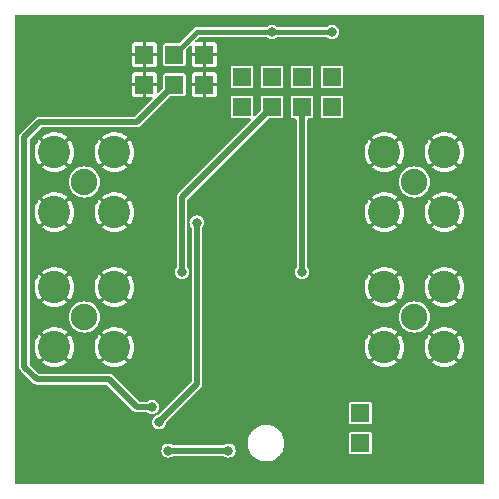
<source format=gbr>
%TF.GenerationSoftware,KiCad,Pcbnew,(5.99.0-6591-gee6c8b60ac)*%
%TF.CreationDate,2020-11-05T14:00:24+01:00*%
%TF.ProjectId,RFSWITCH01A,52465357-4954-4434-9830-31412e6b6963,rev?*%
%TF.SameCoordinates,Original*%
%TF.FileFunction,Copper,L1,Top*%
%TF.FilePolarity,Positive*%
%FSLAX46Y46*%
G04 Gerber Fmt 4.6, Leading zero omitted, Abs format (unit mm)*
G04 Created by KiCad (PCBNEW (5.99.0-6591-gee6c8b60ac)) date 2020-11-05 14:00:24*
%MOMM*%
%LPD*%
G01*
G04 APERTURE LIST*
%TA.AperFunction,ComponentPad*%
%ADD10R,1.524000X1.524000*%
%TD*%
%TA.AperFunction,ComponentPad*%
%ADD11C,2.240000*%
%TD*%
%TA.AperFunction,ComponentPad*%
%ADD12C,2.740000*%
%TD*%
%TA.AperFunction,ComponentPad*%
%ADD13C,6.000000*%
%TD*%
%TA.AperFunction,ViaPad*%
%ADD14C,0.800000*%
%TD*%
%TA.AperFunction,ViaPad*%
%ADD15C,0.450000*%
%TD*%
%TA.AperFunction,Conductor*%
%ADD16C,0.400000*%
%TD*%
%TA.AperFunction,Conductor*%
%ADD17C,0.500000*%
%TD*%
G04 APERTURE END LIST*
D10*
%TO.P,J9,1*%
%TO.N,/SW1_CTRL*%
X19685000Y32385000D03*
%TO.P,J9,2*%
X19685000Y34925000D03*
%TD*%
%TO.P,J5,1*%
%TO.N,/SW2_#CTRL*%
X27305000Y32385000D03*
%TO.P,J5,2*%
X27305000Y34925000D03*
%TD*%
%TO.P,J4,1*%
%TO.N,/SW2_CTRL*%
X24765000Y32385000D03*
%TO.P,J4,2*%
X24765000Y34925000D03*
%TD*%
%TO.P,J6,1*%
%TO.N,Net-(J6-Pad1)*%
X29718000Y3937000D03*
%TO.P,J6,2*%
X29718000Y6477000D03*
%TD*%
D11*
%TO.P,J8,1*%
%TO.N,/RX{slash}TX_2*%
X34290000Y14605000D03*
D12*
%TO.P,J8,2*%
%TO.N,GND*%
X36830000Y17145000D03*
X31750000Y12065000D03*
X36830000Y12065000D03*
X31750000Y17145000D03*
%TD*%
D13*
%TO.P,M3,1*%
%TO.N,GND*%
X5080000Y35560000D03*
%TD*%
D10*
%TO.P,J1,1*%
%TO.N,GND*%
X11430000Y34290000D03*
%TO.P,J1,2*%
X11430000Y36830000D03*
%TO.P,J1,3*%
%TO.N,+3V3*%
X13970000Y34290000D03*
%TO.P,J1,4*%
X13970000Y36830000D03*
%TO.P,J1,5*%
%TO.N,GND*%
X16510000Y34290000D03*
%TO.P,J1,6*%
X16510000Y36830000D03*
%TD*%
D13*
%TO.P,M4,1*%
%TO.N,GND*%
X35560000Y5080000D03*
%TD*%
D10*
%TO.P,J10,1*%
%TO.N,/SW1_#CTRL*%
X22225000Y32385000D03*
%TO.P,J10,2*%
X22225000Y34925000D03*
%TD*%
D11*
%TO.P,J2,1*%
%TO.N,/TX*%
X6350000Y26035000D03*
D12*
%TO.P,J2,2*%
%TO.N,GND*%
X3810000Y23495000D03*
X8890000Y23495000D03*
X3810000Y28575000D03*
X8890000Y28575000D03*
%TD*%
D13*
%TO.P,M1,1*%
%TO.N,GND*%
X35560000Y35560000D03*
%TD*%
D11*
%TO.P,J7,1*%
%TO.N,/RX{slash}TX_1*%
X34290000Y26035000D03*
D12*
%TO.P,J7,2*%
%TO.N,GND*%
X36830000Y28575000D03*
X36830000Y23495000D03*
X31750000Y23495000D03*
X31750000Y28575000D03*
%TD*%
D11*
%TO.P,J3,1*%
%TO.N,/RX*%
X6350000Y14605000D03*
D12*
%TO.P,J3,2*%
%TO.N,GND*%
X3810000Y17145000D03*
X3810000Y12065000D03*
X8890000Y17145000D03*
X8890000Y12065000D03*
%TD*%
D13*
%TO.P,M2,1*%
%TO.N,GND*%
X5080000Y5080000D03*
%TD*%
D14*
%TO.N,+3V3*%
X22225000Y38735000D03*
X13462000Y3302000D03*
X12065000Y6985000D03*
X27305000Y38735000D03*
X18542000Y3302000D03*
D15*
%TO.N,GND*%
X21996400Y23825200D03*
X7264400Y24739600D03*
X34493200Y16154400D03*
X15189200Y17780000D03*
X25755600Y18135600D03*
X28244800Y13716000D03*
X20167600Y10096500D03*
X15138400Y14325600D03*
X8890000Y20269200D03*
X23418800Y21234400D03*
X13817600Y21031200D03*
X25654000Y24892000D03*
X30683200Y26924000D03*
X16510000Y24688800D03*
X35661600Y25298400D03*
X13157200Y15392400D03*
X25755600Y22606000D03*
X11684000Y23012400D03*
X28448000Y20624800D03*
X13919200Y21640800D03*
X25806400Y21844000D03*
X21945600Y12344400D03*
X11684000Y28346400D03*
X20574000Y19100800D03*
X13919200Y22453600D03*
X29362400Y17272000D03*
X28829000Y15748000D03*
X26873200Y25908000D03*
X35306000Y24841200D03*
X17221200Y21234400D03*
X25755600Y16306800D03*
X6604000Y16154400D03*
X10871200Y15494000D03*
X12090400Y17830800D03*
X28448000Y26924000D03*
X11226800Y11023600D03*
X29057600Y25095200D03*
X20421600Y12293600D03*
X12496800Y16103600D03*
X28346400Y18643600D03*
X15189200Y11023600D03*
X25958800Y21031200D03*
X19456400Y24587200D03*
X20828000Y21539200D03*
X18084800Y13462000D03*
X27736800Y13309600D03*
X21031200Y15087600D03*
X22809200Y29362400D03*
X22860000Y11023600D03*
X12496800Y15113000D03*
X14884400Y9753600D03*
X11938000Y25755600D03*
X25654000Y23368000D03*
X11430000Y23520400D03*
X11684000Y21539200D03*
X30632400Y25095200D03*
X21844000Y15087600D03*
X27787600Y26670000D03*
X33883600Y27584400D03*
X22098000Y9194800D03*
X25095200Y14274800D03*
X16662400Y14884400D03*
X35864800Y14478000D03*
X22148800Y11023600D03*
X18694400Y21488400D03*
X28956000Y11531600D03*
X33477200Y24688800D03*
X35102800Y27381200D03*
X18186400Y12192000D03*
X24028400Y19151600D03*
X26929992Y23741671D03*
X18034000Y17119600D03*
X29337000Y29337000D03*
X17373600Y14935200D03*
X25095200Y15036800D03*
X5080000Y25044400D03*
X24079200Y21234400D03*
X33020000Y26924000D03*
X34696400Y13106400D03*
X12090400Y18542000D03*
X25755600Y17322800D03*
X24739600Y10617200D03*
X22910800Y16916400D03*
X11633200Y17221200D03*
X24079200Y17830800D03*
X29870400Y13716000D03*
X37541200Y20574000D03*
X25958800Y20370800D03*
X26720800Y14833600D03*
X29108400Y26924000D03*
X6604000Y27584400D03*
X28092400Y16154400D03*
X34696400Y24536400D03*
X2946400Y20675600D03*
X7162800Y15951200D03*
X24180800Y9652000D03*
X7620000Y13716000D03*
X13716000Y25755600D03*
X4775200Y26162000D03*
X27838400Y11887200D03*
X6146800Y13055600D03*
X17729200Y15341600D03*
X12344400Y13360400D03*
X26873200Y16865600D03*
X17627600Y16611600D03*
X12293600Y13970000D03*
X21031200Y11328400D03*
X22606000Y15087600D03*
X20218400Y15087600D03*
X11938000Y14630400D03*
X25501600Y27990800D03*
X23418800Y9093200D03*
X33375600Y27330400D03*
X17932400Y19405600D03*
X13817600Y19659600D03*
X33020000Y13716000D03*
X21640800Y16916400D03*
X11023600Y26416000D03*
X21844000Y21234400D03*
X22606000Y21437600D03*
X28092400Y17830800D03*
X6756400Y24485600D03*
X5334000Y27228800D03*
X19507200Y21894800D03*
X15189200Y17018000D03*
X11938000Y22453600D03*
X27736800Y27889200D03*
X21132800Y8839200D03*
X11531600Y26111200D03*
X13716000Y23266400D03*
X11176000Y23977600D03*
X12065000Y16510000D03*
X4826000Y14173200D03*
X22606000Y19405600D03*
X16560800Y17119600D03*
X26212800Y16865600D03*
X19964400Y21082000D03*
X30530800Y13665200D03*
X23520400Y16916400D03*
X28321000Y29337000D03*
X25095200Y12801600D03*
X5943600Y27533600D03*
X20116800Y8839200D03*
X35814000Y15036800D03*
X33020000Y25146000D03*
X18643600Y17119600D03*
X20980400Y16916400D03*
X27787600Y28752800D03*
X18694400Y11938000D03*
X9906000Y26822400D03*
X20167600Y10718800D03*
X33121600Y19812000D03*
X4775200Y14732000D03*
X18237200Y12801600D03*
X5943600Y16103600D03*
X16256000Y28752800D03*
X14732000Y14732000D03*
X27533600Y23723600D03*
X21234400Y28194000D03*
X7620000Y25146000D03*
X12344400Y25349200D03*
X10464800Y26670000D03*
X28092400Y21336000D03*
X35661600Y13868400D03*
X26314400Y11836400D03*
X33883600Y16154400D03*
X18643600Y14020800D03*
X29210000Y9347200D03*
X19710400Y18186400D03*
X29006800Y13716000D03*
X17475200Y13766800D03*
X7620000Y15494000D03*
X13716000Y14605000D03*
X13512800Y23926800D03*
X21488400Y22860000D03*
X17170400Y17170400D03*
X18694400Y19100800D03*
X13868400Y20320000D03*
X11480800Y15138400D03*
X35814000Y26466800D03*
X5537200Y24688800D03*
X33477200Y13258800D03*
X28143200Y23266400D03*
X16764000Y9144000D03*
X17682700Y16002000D03*
X25044400Y15849600D03*
X28194000Y22352000D03*
X20167600Y9499600D03*
X28448000Y24841200D03*
X11836400Y10566400D03*
X29667200Y15494000D03*
X10795000Y11480800D03*
X19964400Y19761200D03*
X13157200Y24485600D03*
X12039600Y20955000D03*
X28295600Y11430000D03*
X22707600Y9194800D03*
X27686000Y13970000D03*
X35560000Y15595600D03*
X35102800Y15951200D03*
X12039600Y19431000D03*
X15494000Y24180800D03*
X30226000Y15494000D03*
X10769600Y24384000D03*
X19558000Y16967200D03*
X29819600Y26924000D03*
X28549600Y21793200D03*
X17221200Y19405600D03*
X29819600Y25095200D03*
X10312400Y13462000D03*
X12344400Y12700000D03*
X17881600Y22910800D03*
X26314400Y23741671D03*
X25654000Y24130000D03*
X18135600Y26568400D03*
X4978400Y26771600D03*
X27736800Y12598400D03*
X7264400Y13309600D03*
X6146800Y24485600D03*
X16560800Y21234400D03*
X14427200Y17272000D03*
X34036000Y13055600D03*
X15189200Y11938000D03*
X20269200Y16916400D03*
X15138400Y27228800D03*
X27584400Y16814800D03*
X27838400Y20218400D03*
X26111200Y14884400D03*
X26619200Y27228800D03*
X6756400Y13055600D03*
X5080000Y13614400D03*
X25095200Y13563600D03*
X10210800Y15595600D03*
X18135600Y14884400D03*
X16560800Y19405600D03*
X15189200Y12852400D03*
X5537200Y13258800D03*
X19100800Y11582400D03*
X7620000Y26924000D03*
X24790400Y11328400D03*
X16764000Y13766800D03*
X19050000Y23469600D03*
X27178000Y14376400D03*
X27787600Y19659600D03*
X12039600Y20193000D03*
X19253200Y8890000D03*
X33020000Y15494000D03*
X4978400Y15341600D03*
X18415000Y8636000D03*
X22301200Y16916400D03*
X35560000Y27025600D03*
X18846800Y14884400D03*
X18135600Y9906000D03*
X23418800Y19405600D03*
X25908000Y18923000D03*
X24003000Y16611600D03*
X29667200Y20218400D03*
X12750800Y24942800D03*
X17881600Y21234400D03*
X27279600Y26314400D03*
X5334000Y15798800D03*
X13512800Y16510000D03*
X25095200Y12039600D03*
X29616400Y11480800D03*
X21640800Y18846800D03*
X34036000Y24485600D03*
X7162800Y27381200D03*
X24536400Y16408400D03*
X19507200Y15036800D03*
X19608800Y11226800D03*
X35306000Y13411200D03*
X30784800Y15494000D03*
X4826000Y25603200D03*
X25755600Y15544800D03*
X33375600Y15900400D03*
X14605000Y13716000D03*
X34493200Y27584400D03*
X26365200Y25603200D03*
X22910800Y11633200D03*
X28143200Y24079200D03*
X35864800Y25908000D03*
D14*
%TO.N,/SW1_CTRL*%
X15849600Y22606000D03*
X12649200Y5689600D03*
%TO.N,/SW1_#CTRL*%
X14605000Y18415000D03*
%TO.N,/SW2_CTRL*%
X24765000Y18415000D03*
%TD*%
D16*
%TO.N,+3V3*%
X22225000Y38735000D02*
X15875000Y38735000D01*
D17*
X2345001Y9330001D02*
X8449999Y9330001D01*
X10795000Y6985000D02*
X12065000Y6985000D01*
X13970000Y34290000D02*
X10795000Y31115000D01*
X1270000Y10795000D02*
X1270000Y10405002D01*
D16*
X15875000Y38735000D02*
X13970000Y36830000D01*
D17*
X1270000Y29845000D02*
X1270000Y10795000D01*
X2540000Y31115000D02*
X1270000Y29845000D01*
X1270000Y10405002D02*
X2345001Y9330001D01*
D16*
X27305000Y38735000D02*
X22225000Y38735000D01*
D17*
X8449999Y9330001D02*
X10795000Y6985000D01*
X13462000Y3302000D02*
X18542000Y3302000D01*
X10795000Y31115000D02*
X2540000Y31115000D01*
%TO.N,/SW1_CTRL*%
X12649200Y5689600D02*
X15872294Y8912694D01*
X15872294Y8912694D02*
X15872294Y22583306D01*
X15872294Y22583306D02*
X15849600Y22606000D01*
%TO.N,/SW1_#CTRL*%
X22225000Y32385000D02*
X14605000Y24765000D01*
X14605000Y20955000D02*
X14605000Y18415000D01*
X14605000Y24765000D02*
X14605000Y20955000D01*
%TO.N,/SW2_CTRL*%
X24765000Y32385000D02*
X24765000Y18415000D01*
%TD*%
%TA.AperFunction,Conductor*%
%TO.N,GND*%
G36*
X40145191Y40167093D02*
G01*
X40186000Y40087000D01*
X40186001Y553000D01*
X40167094Y494809D01*
X40117594Y458845D01*
X40087001Y454000D01*
X553000Y454000D01*
X494809Y472907D01*
X454000Y553000D01*
X454000Y3302000D01*
X12856500Y3302000D01*
X12877132Y3145285D01*
X12937622Y2999250D01*
X13033847Y2873847D01*
X13159250Y2777622D01*
X13305285Y2717132D01*
X13462000Y2696500D01*
X13618715Y2717132D01*
X13764750Y2777622D01*
X13777205Y2787179D01*
X13834369Y2831042D01*
X13894636Y2851500D01*
X18109364Y2851500D01*
X18169631Y2831042D01*
X18226795Y2787179D01*
X18239250Y2777622D01*
X18385285Y2717132D01*
X18542000Y2696500D01*
X18698715Y2717132D01*
X18844750Y2777622D01*
X18970153Y2873847D01*
X19066378Y2999250D01*
X19126868Y3145285D01*
X19147500Y3302000D01*
X19126868Y3458715D01*
X19066378Y3604750D01*
X18970153Y3730153D01*
X18844750Y3826378D01*
X18839558Y3828529D01*
X20165788Y3828529D01*
X20203085Y3581914D01*
X20279331Y3344436D01*
X20281133Y3340899D01*
X20281134Y3340897D01*
X20380804Y3145285D01*
X20392565Y3122202D01*
X20539873Y2920931D01*
X20542709Y2918134D01*
X20542711Y2918132D01*
X20714631Y2748595D01*
X20714636Y2748591D01*
X20717465Y2745801D01*
X20920773Y2601317D01*
X20924332Y2599566D01*
X20924335Y2599564D01*
X21086967Y2519540D01*
X21144566Y2491198D01*
X21383087Y2418275D01*
X21479711Y2405039D01*
X21626254Y2384965D01*
X21626257Y2384965D01*
X21630198Y2384425D01*
X21634176Y2384522D01*
X21634180Y2384522D01*
X21793122Y2388406D01*
X21879542Y2390518D01*
X22034069Y2419437D01*
X22120795Y2435667D01*
X22120800Y2435668D01*
X22124704Y2436399D01*
X22128446Y2437746D01*
X22128449Y2437747D01*
X22355637Y2519540D01*
X22355642Y2519542D01*
X22359377Y2520887D01*
X22577524Y2641807D01*
X22773531Y2796050D01*
X22841434Y2869893D01*
X22885792Y2918132D01*
X22942357Y2979646D01*
X22944543Y2982961D01*
X22944546Y2982965D01*
X23077468Y3184553D01*
X23077469Y3184554D01*
X23079657Y3187873D01*
X23128056Y3295566D01*
X23180269Y3411745D01*
X23180271Y3411750D01*
X23181899Y3415373D01*
X23195120Y3464712D01*
X23227575Y3585838D01*
X23246454Y3656293D01*
X23271659Y3904435D01*
X23272000Y3937000D01*
X23271821Y3939228D01*
X23252316Y4181655D01*
X23252315Y4181660D01*
X23251997Y4185615D01*
X23251049Y4189475D01*
X23193452Y4423968D01*
X23193450Y4423973D01*
X23192502Y4427834D01*
X23138191Y4555785D01*
X23096602Y4653762D01*
X23096601Y4653764D01*
X23095047Y4657425D01*
X23068867Y4699000D01*
X28751000Y4699000D01*
X28751000Y3175000D01*
X28766605Y3096550D01*
X28811043Y3030043D01*
X28877550Y2985605D01*
X28956000Y2970000D01*
X30480000Y2970000D01*
X30558450Y2985605D01*
X30624957Y3030043D01*
X30669395Y3096550D01*
X30685000Y3175000D01*
X30685000Y4699000D01*
X30669395Y4777450D01*
X30624957Y4843957D01*
X30558450Y4888395D01*
X30480000Y4904000D01*
X28956000Y4904000D01*
X28877550Y4888395D01*
X28811043Y4843957D01*
X28766605Y4777450D01*
X28751000Y4699000D01*
X23068867Y4699000D01*
X23065867Y4703763D01*
X22977581Y4843957D01*
X22962137Y4868482D01*
X22959510Y4871462D01*
X22959506Y4871467D01*
X22799824Y5052590D01*
X22799823Y5052591D01*
X22797194Y5055573D01*
X22604460Y5213887D01*
X22601022Y5215888D01*
X22392328Y5337351D01*
X22392326Y5337352D01*
X22388893Y5339350D01*
X22242473Y5395555D01*
X22159754Y5427308D01*
X22159751Y5427309D01*
X22156041Y5428733D01*
X22152149Y5429546D01*
X22152146Y5429547D01*
X21915791Y5478924D01*
X21915787Y5478925D01*
X21911893Y5479738D01*
X21907918Y5479919D01*
X21907914Y5479919D01*
X21809342Y5484395D01*
X21662731Y5491053D01*
X21658782Y5490596D01*
X21658779Y5490596D01*
X21418913Y5462842D01*
X21418909Y5462841D01*
X21414966Y5462385D01*
X21411150Y5461305D01*
X21411144Y5461304D01*
X21178793Y5395555D01*
X21178791Y5395554D01*
X21174970Y5394473D01*
X21171371Y5392795D01*
X21171369Y5392794D01*
X20952526Y5290747D01*
X20952521Y5290744D01*
X20948920Y5289065D01*
X20945631Y5286830D01*
X20945626Y5286827D01*
X20763037Y5162739D01*
X20742631Y5148871D01*
X20561410Y4977498D01*
X20409919Y4779356D01*
X20408041Y4775854D01*
X20408040Y4775852D01*
X20346345Y4660792D01*
X20292056Y4559543D01*
X20210853Y4323713D01*
X20168400Y4077934D01*
X20165788Y3828529D01*
X18839558Y3828529D01*
X18698715Y3886868D01*
X18542000Y3907500D01*
X18385285Y3886868D01*
X18239250Y3826378D01*
X18234101Y3822427D01*
X18169631Y3772958D01*
X18109364Y3752500D01*
X13894636Y3752500D01*
X13834369Y3772958D01*
X13769899Y3822427D01*
X13764750Y3826378D01*
X13618715Y3886868D01*
X13462000Y3907500D01*
X13305285Y3886868D01*
X13159250Y3826378D01*
X13033847Y3730153D01*
X12937622Y3604750D01*
X12877132Y3458715D01*
X12856500Y3302000D01*
X454000Y3302000D01*
X454000Y5689600D01*
X12043700Y5689600D01*
X12064332Y5532885D01*
X12124822Y5386850D01*
X12221047Y5261447D01*
X12346450Y5165222D01*
X12492485Y5104732D01*
X12649200Y5084100D01*
X12805915Y5104732D01*
X12951950Y5165222D01*
X13077353Y5261447D01*
X13173578Y5386850D01*
X13234068Y5532885D01*
X13245522Y5619888D01*
X13273671Y5676969D01*
X14835702Y7239000D01*
X28751000Y7239000D01*
X28751000Y5715000D01*
X28766605Y5636550D01*
X28811043Y5570043D01*
X28877550Y5525605D01*
X28956000Y5510000D01*
X30480000Y5510000D01*
X30558450Y5525605D01*
X30624957Y5570043D01*
X30669395Y5636550D01*
X30685000Y5715000D01*
X30685000Y7239000D01*
X30669395Y7317450D01*
X30624957Y7383957D01*
X30558450Y7428395D01*
X30480000Y7444000D01*
X28956000Y7444000D01*
X28877550Y7428395D01*
X28811043Y7383957D01*
X28766605Y7317450D01*
X28751000Y7239000D01*
X14835702Y7239000D01*
X16168313Y8571610D01*
X16177027Y8579352D01*
X16198526Y8596300D01*
X16198528Y8596302D01*
X16204339Y8600883D01*
X16237949Y8649513D01*
X16239730Y8652004D01*
X16270452Y8693597D01*
X16270454Y8693601D01*
X16274849Y8699551D01*
X16277241Y8706363D01*
X16281346Y8712302D01*
X16299162Y8768637D01*
X16300146Y8771589D01*
X16317273Y8820358D01*
X16317273Y8820360D01*
X16319725Y8827341D01*
X16319962Y8833379D01*
X16320484Y8836056D01*
X16322186Y8841438D01*
X16322794Y8849163D01*
X16322794Y8903506D01*
X16322870Y8907392D01*
X16324752Y8955286D01*
X16324752Y8955289D01*
X16325042Y8962677D01*
X16323302Y8969241D01*
X16322794Y8978465D01*
X16322794Y10781889D01*
X30684850Y10781889D01*
X30685272Y10779222D01*
X30687699Y10776201D01*
X30783963Y10696988D01*
X30790100Y10692675D01*
X31002007Y10566604D01*
X31008716Y10563273D01*
X31237265Y10470702D01*
X31244398Y10468425D01*
X31484321Y10411488D01*
X31491714Y10410318D01*
X31737477Y10390328D01*
X31744984Y10390289D01*
X31990939Y10407703D01*
X31998357Y10408799D01*
X32238854Y10463218D01*
X32246015Y10465421D01*
X32475518Y10555593D01*
X32482257Y10558851D01*
X32695475Y10682698D01*
X32701664Y10686952D01*
X32808121Y10772699D01*
X32814123Y10781889D01*
X35764850Y10781889D01*
X35765272Y10779222D01*
X35767699Y10776201D01*
X35863963Y10696988D01*
X35870100Y10692675D01*
X36082007Y10566604D01*
X36088716Y10563273D01*
X36317265Y10470702D01*
X36324398Y10468425D01*
X36564321Y10411488D01*
X36571714Y10410318D01*
X36817477Y10390328D01*
X36824984Y10390289D01*
X37070939Y10407703D01*
X37078357Y10408799D01*
X37318854Y10463218D01*
X37326015Y10465421D01*
X37555518Y10555593D01*
X37562257Y10558851D01*
X37775475Y10682698D01*
X37781664Y10686952D01*
X37888121Y10772699D01*
X37895415Y10783866D01*
X37895294Y10786287D01*
X37892930Y10789938D01*
X36841086Y11841782D01*
X36837080Y11843823D01*
X36813194Y11836062D01*
X35770904Y10793772D01*
X35764850Y10781889D01*
X32814123Y10781889D01*
X32815415Y10783866D01*
X32815294Y10786287D01*
X32812930Y10789938D01*
X31761086Y11841782D01*
X31757080Y11843823D01*
X31733194Y11836062D01*
X30690904Y10793772D01*
X30684850Y10781889D01*
X16322794Y10781889D01*
X16322794Y11989857D01*
X30076967Y11989857D01*
X30077321Y11982360D01*
X30107584Y11737657D01*
X30109067Y11730305D01*
X30175996Y11492989D01*
X30178573Y11485949D01*
X30280628Y11261490D01*
X30284245Y11254910D01*
X30419080Y11048469D01*
X30423636Y11042530D01*
X30456531Y11005804D01*
X30468065Y10999104D01*
X30471851Y10999492D01*
X30473470Y11000602D01*
X31526782Y12053914D01*
X31528823Y12057920D01*
X31524223Y12072080D01*
X31971177Y12072080D01*
X31978938Y12048194D01*
X33022419Y11004713D01*
X33034302Y10998659D01*
X33038333Y10999297D01*
X33039514Y11000196D01*
X33065572Y11028684D01*
X33070209Y11034597D01*
X33207192Y11239607D01*
X33210875Y11246143D01*
X33315280Y11469530D01*
X33317927Y11476535D01*
X33387337Y11713134D01*
X33388898Y11720477D01*
X33421879Y11966016D01*
X33422297Y11971167D01*
X33422835Y11989857D01*
X35156967Y11989857D01*
X35157321Y11982360D01*
X35187584Y11737657D01*
X35189067Y11730305D01*
X35255996Y11492989D01*
X35258573Y11485949D01*
X35360628Y11261490D01*
X35364245Y11254910D01*
X35499080Y11048469D01*
X35503636Y11042530D01*
X35536531Y11005804D01*
X35548065Y10999104D01*
X35551851Y10999492D01*
X35553470Y11000602D01*
X36606782Y12053914D01*
X36608823Y12057920D01*
X36604223Y12072080D01*
X37051177Y12072080D01*
X37058938Y12048194D01*
X38102419Y11004713D01*
X38114302Y10998659D01*
X38118333Y10999297D01*
X38119514Y11000196D01*
X38145572Y11028684D01*
X38150209Y11034597D01*
X38287192Y11239607D01*
X38290875Y11246143D01*
X38395280Y11469530D01*
X38397927Y11476535D01*
X38467337Y11713134D01*
X38468898Y11720477D01*
X38501879Y11966016D01*
X38502297Y11971167D01*
X38504925Y12062402D01*
X38504803Y12067590D01*
X38486013Y12314608D01*
X38484876Y12322032D01*
X38429203Y12562225D01*
X38426958Y12569390D01*
X38335589Y12798406D01*
X38332291Y12805138D01*
X38207333Y13017699D01*
X38203048Y13023865D01*
X38122274Y13123080D01*
X38111066Y13130316D01*
X38108510Y13130176D01*
X38105063Y13127931D01*
X37053218Y12076086D01*
X37051177Y12072080D01*
X36604223Y12072080D01*
X36601062Y12081806D01*
X35556702Y13126166D01*
X35544819Y13132220D01*
X35543529Y13132016D01*
X35538770Y13127984D01*
X35413309Y12958123D01*
X35409319Y12951762D01*
X35294511Y12733550D01*
X35291533Y12726667D01*
X35211056Y12493604D01*
X35209150Y12486341D01*
X35164851Y12243779D01*
X35164068Y12236333D01*
X35156967Y11989857D01*
X33422835Y11989857D01*
X33424925Y12062402D01*
X33424803Y12067590D01*
X33406013Y12314608D01*
X33404876Y12322032D01*
X33349203Y12562225D01*
X33346958Y12569390D01*
X33255589Y12798406D01*
X33252291Y12805138D01*
X33127333Y13017699D01*
X33123048Y13023865D01*
X33042274Y13123080D01*
X33031066Y13130316D01*
X33028510Y13130176D01*
X33025063Y13127931D01*
X31973218Y12076086D01*
X31971177Y12072080D01*
X31524223Y12072080D01*
X31521062Y12081806D01*
X30476702Y13126166D01*
X30464819Y13132220D01*
X30463529Y13132016D01*
X30458770Y13127984D01*
X30333309Y12958123D01*
X30329319Y12951762D01*
X30214511Y12733550D01*
X30211533Y12726667D01*
X30131056Y12493604D01*
X30129150Y12486341D01*
X30084851Y12243779D01*
X30084068Y12236333D01*
X30076967Y11989857D01*
X16322794Y11989857D01*
X16322794Y13348211D01*
X30682209Y13348211D01*
X30682212Y13347041D01*
X30685595Y13341537D01*
X31738914Y12288218D01*
X31742920Y12286177D01*
X31766806Y12293938D01*
X32810022Y13337154D01*
X32816076Y13349037D01*
X32815460Y13352932D01*
X32814411Y13354302D01*
X32779406Y13385987D01*
X32773483Y13390582D01*
X32567750Y13526495D01*
X32561195Y13530143D01*
X32337282Y13633369D01*
X32330236Y13635989D01*
X32093276Y13704160D01*
X32085949Y13705678D01*
X31841382Y13737224D01*
X31833914Y13737616D01*
X31587390Y13731806D01*
X31579942Y13731063D01*
X31337148Y13688034D01*
X31329882Y13686168D01*
X31096394Y13606909D01*
X31089500Y13603969D01*
X30870690Y13490306D01*
X30864306Y13486347D01*
X30690022Y13359024D01*
X30682209Y13348211D01*
X16322794Y13348211D01*
X16322794Y14605000D01*
X32965000Y14605000D01*
X32985130Y14374916D01*
X33044907Y14151823D01*
X33142516Y13942500D01*
X33274991Y13753306D01*
X33438306Y13589991D01*
X33627500Y13457516D01*
X33836823Y13359907D01*
X34059916Y13300130D01*
X34290000Y13280000D01*
X34520084Y13300130D01*
X34699526Y13348211D01*
X35762209Y13348211D01*
X35762212Y13347041D01*
X35765595Y13341537D01*
X36818914Y12288218D01*
X36822920Y12286177D01*
X36846806Y12293938D01*
X37890022Y13337154D01*
X37896076Y13349037D01*
X37895460Y13352932D01*
X37894411Y13354302D01*
X37859406Y13385987D01*
X37853483Y13390582D01*
X37647750Y13526495D01*
X37641195Y13530143D01*
X37417282Y13633369D01*
X37410236Y13635989D01*
X37173276Y13704160D01*
X37165949Y13705678D01*
X36921382Y13737224D01*
X36913914Y13737616D01*
X36667390Y13731806D01*
X36659942Y13731063D01*
X36417148Y13688034D01*
X36409882Y13686168D01*
X36176394Y13606909D01*
X36169500Y13603969D01*
X35950690Y13490306D01*
X35944306Y13486347D01*
X35770022Y13359024D01*
X35762209Y13348211D01*
X34699526Y13348211D01*
X34743177Y13359907D01*
X34952500Y13457516D01*
X35141694Y13589991D01*
X35305009Y13753306D01*
X35437484Y13942500D01*
X35535093Y14151823D01*
X35594870Y14374916D01*
X35615000Y14605000D01*
X35594870Y14835084D01*
X35535093Y15058177D01*
X35437484Y15267500D01*
X35305009Y15456694D01*
X35141694Y15620009D01*
X34952500Y15752484D01*
X34743177Y15850093D01*
X34699154Y15861889D01*
X35764850Y15861889D01*
X35765272Y15859222D01*
X35767699Y15856201D01*
X35863963Y15776988D01*
X35870100Y15772675D01*
X36082007Y15646604D01*
X36088716Y15643273D01*
X36317265Y15550702D01*
X36324398Y15548425D01*
X36564321Y15491488D01*
X36571714Y15490318D01*
X36817477Y15470328D01*
X36824984Y15470289D01*
X37070939Y15487703D01*
X37078357Y15488799D01*
X37318854Y15543218D01*
X37326015Y15545421D01*
X37555518Y15635593D01*
X37562257Y15638851D01*
X37775475Y15762698D01*
X37781664Y15766952D01*
X37888121Y15852699D01*
X37895415Y15863866D01*
X37895294Y15866287D01*
X37892930Y15869938D01*
X36841086Y16921782D01*
X36837080Y16923823D01*
X36813194Y16916062D01*
X35770904Y15873772D01*
X35764850Y15861889D01*
X34699154Y15861889D01*
X34520084Y15909870D01*
X34290000Y15930000D01*
X34059916Y15909870D01*
X33836823Y15850093D01*
X33627500Y15752484D01*
X33438306Y15620009D01*
X33274991Y15456694D01*
X33142516Y15267500D01*
X33044907Y15058177D01*
X32985130Y14835084D01*
X32965000Y14605000D01*
X16322794Y14605000D01*
X16322794Y15861889D01*
X30684850Y15861889D01*
X30685272Y15859222D01*
X30687699Y15856201D01*
X30783963Y15776988D01*
X30790100Y15772675D01*
X31002007Y15646604D01*
X31008716Y15643273D01*
X31237265Y15550702D01*
X31244398Y15548425D01*
X31484321Y15491488D01*
X31491714Y15490318D01*
X31737477Y15470328D01*
X31744984Y15470289D01*
X31990939Y15487703D01*
X31998357Y15488799D01*
X32238854Y15543218D01*
X32246015Y15545421D01*
X32475518Y15635593D01*
X32482257Y15638851D01*
X32695475Y15762698D01*
X32701664Y15766952D01*
X32808121Y15852699D01*
X32815415Y15863866D01*
X32815294Y15866287D01*
X32812930Y15869938D01*
X31761086Y16921782D01*
X31757080Y16923823D01*
X31733194Y16916062D01*
X30690904Y15873772D01*
X30684850Y15861889D01*
X16322794Y15861889D01*
X16322794Y17069857D01*
X30076967Y17069857D01*
X30077321Y17062360D01*
X30107584Y16817657D01*
X30109067Y16810305D01*
X30175996Y16572989D01*
X30178573Y16565949D01*
X30280628Y16341490D01*
X30284245Y16334910D01*
X30419080Y16128469D01*
X30423636Y16122530D01*
X30456531Y16085804D01*
X30468065Y16079104D01*
X30471851Y16079492D01*
X30473470Y16080602D01*
X31526782Y17133914D01*
X31528823Y17137920D01*
X31524223Y17152080D01*
X31971177Y17152080D01*
X31978938Y17128194D01*
X33022419Y16084713D01*
X33034302Y16078659D01*
X33038333Y16079297D01*
X33039514Y16080196D01*
X33065572Y16108684D01*
X33070209Y16114597D01*
X33207192Y16319607D01*
X33210875Y16326143D01*
X33315280Y16549530D01*
X33317927Y16556535D01*
X33387337Y16793134D01*
X33388898Y16800477D01*
X33421879Y17046016D01*
X33422297Y17051167D01*
X33422835Y17069857D01*
X35156967Y17069857D01*
X35157321Y17062360D01*
X35187584Y16817657D01*
X35189067Y16810305D01*
X35255996Y16572989D01*
X35258573Y16565949D01*
X35360628Y16341490D01*
X35364245Y16334910D01*
X35499080Y16128469D01*
X35503636Y16122530D01*
X35536531Y16085804D01*
X35548065Y16079104D01*
X35551851Y16079492D01*
X35553470Y16080602D01*
X36606782Y17133914D01*
X36608823Y17137920D01*
X36604223Y17152080D01*
X37051177Y17152080D01*
X37058938Y17128194D01*
X38102419Y16084713D01*
X38114302Y16078659D01*
X38118333Y16079297D01*
X38119514Y16080196D01*
X38145572Y16108684D01*
X38150209Y16114597D01*
X38287192Y16319607D01*
X38290875Y16326143D01*
X38395280Y16549530D01*
X38397927Y16556535D01*
X38467337Y16793134D01*
X38468898Y16800477D01*
X38501879Y17046016D01*
X38502297Y17051167D01*
X38504925Y17142402D01*
X38504803Y17147590D01*
X38486013Y17394608D01*
X38484876Y17402032D01*
X38429203Y17642225D01*
X38426958Y17649390D01*
X38335589Y17878406D01*
X38332291Y17885138D01*
X38207333Y18097699D01*
X38203048Y18103865D01*
X38122274Y18203080D01*
X38111066Y18210316D01*
X38108510Y18210176D01*
X38105063Y18207931D01*
X37053218Y17156086D01*
X37051177Y17152080D01*
X36604223Y17152080D01*
X36601062Y17161806D01*
X35556702Y18206166D01*
X35544819Y18212220D01*
X35543529Y18212016D01*
X35538770Y18207984D01*
X35413309Y18038123D01*
X35409319Y18031762D01*
X35294511Y17813550D01*
X35291533Y17806667D01*
X35211056Y17573604D01*
X35209150Y17566341D01*
X35164851Y17323779D01*
X35164068Y17316333D01*
X35156967Y17069857D01*
X33422835Y17069857D01*
X33424925Y17142402D01*
X33424803Y17147590D01*
X33406013Y17394608D01*
X33404876Y17402032D01*
X33349203Y17642225D01*
X33346958Y17649390D01*
X33255589Y17878406D01*
X33252291Y17885138D01*
X33127333Y18097699D01*
X33123048Y18103865D01*
X33042274Y18203080D01*
X33031066Y18210316D01*
X33028510Y18210176D01*
X33025063Y18207931D01*
X31973218Y17156086D01*
X31971177Y17152080D01*
X31524223Y17152080D01*
X31521062Y17161806D01*
X30476702Y18206166D01*
X30464819Y18212220D01*
X30463529Y18212016D01*
X30458770Y18207984D01*
X30333309Y18038123D01*
X30329319Y18031762D01*
X30214511Y17813550D01*
X30211533Y17806667D01*
X30131056Y17573604D01*
X30129150Y17566341D01*
X30084851Y17323779D01*
X30084068Y17316333D01*
X30076967Y17069857D01*
X16322794Y17069857D01*
X16322794Y22202939D01*
X16343252Y22263206D01*
X16370027Y22298100D01*
X16370029Y22298104D01*
X16373978Y22303250D01*
X16434468Y22449285D01*
X16455100Y22606000D01*
X16434468Y22762715D01*
X16373978Y22908750D01*
X16277753Y23034153D01*
X16152350Y23130378D01*
X16006315Y23190868D01*
X15849600Y23211500D01*
X15692885Y23190868D01*
X15546850Y23130378D01*
X15421447Y23034153D01*
X15325222Y22908750D01*
X15264732Y22762715D01*
X15263885Y22756279D01*
X15252653Y22670966D01*
X15226312Y22615741D01*
X15207863Y22605724D01*
X15234593Y22586303D01*
X15252653Y22541034D01*
X15264732Y22449285D01*
X15325222Y22303250D01*
X15389150Y22219938D01*
X15401337Y22204055D01*
X15421795Y22143788D01*
X15421794Y9140305D01*
X15392798Y9070301D01*
X12636569Y6314071D01*
X12579488Y6285922D01*
X12492485Y6274468D01*
X12346450Y6213978D01*
X12221047Y6117753D01*
X12124822Y5992350D01*
X12064332Y5846315D01*
X12043700Y5689600D01*
X454000Y5689600D01*
X454000Y10390695D01*
X814726Y10390695D01*
X816055Y10383419D01*
X816055Y10383415D01*
X825334Y10332611D01*
X825843Y10329554D01*
X834637Y10271067D01*
X837762Y10264559D01*
X839059Y10257458D01*
X842469Y10250894D01*
X866290Y10205034D01*
X867678Y10202256D01*
X890060Y10155648D01*
X890062Y10155645D01*
X893266Y10148973D01*
X897368Y10144535D01*
X898889Y10142278D01*
X901493Y10137266D01*
X906526Y10131374D01*
X944953Y10092947D01*
X947646Y10090145D01*
X985203Y10049516D01*
X991078Y10046103D01*
X997959Y10039941D01*
X2003916Y9033983D01*
X2011652Y9025277D01*
X2033190Y8997956D01*
X2081820Y8964346D01*
X2084311Y8962565D01*
X2125904Y8931843D01*
X2125908Y8931841D01*
X2131858Y8927446D01*
X2138670Y8925054D01*
X2144609Y8920949D01*
X2151670Y8918716D01*
X2200944Y8903133D01*
X2203882Y8902154D01*
X2228231Y8893603D01*
X2252665Y8885022D01*
X2252667Y8885022D01*
X2259648Y8882570D01*
X2265686Y8882333D01*
X2268363Y8881811D01*
X2273745Y8880109D01*
X2279366Y8879667D01*
X2279369Y8879666D01*
X2279455Y8879660D01*
X2281470Y8879501D01*
X2335797Y8879501D01*
X2339684Y8879425D01*
X2394984Y8877252D01*
X2401551Y8878993D01*
X2410776Y8879501D01*
X8222389Y8879501D01*
X8292393Y8850505D01*
X10453915Y6688982D01*
X10461651Y6680276D01*
X10483189Y6652955D01*
X10531819Y6619345D01*
X10534310Y6617564D01*
X10575903Y6586842D01*
X10575907Y6586840D01*
X10581857Y6582445D01*
X10588669Y6580053D01*
X10594608Y6575948D01*
X10601669Y6573715D01*
X10650943Y6558132D01*
X10653881Y6557153D01*
X10666011Y6552893D01*
X10702664Y6540021D01*
X10702666Y6540021D01*
X10709647Y6537569D01*
X10715685Y6537332D01*
X10718362Y6536810D01*
X10723744Y6535108D01*
X10729365Y6534666D01*
X10729368Y6534665D01*
X10729454Y6534659D01*
X10731469Y6534500D01*
X10785796Y6534500D01*
X10789683Y6534424D01*
X10844983Y6532251D01*
X10851550Y6533992D01*
X10860775Y6534500D01*
X11632364Y6534500D01*
X11692632Y6514042D01*
X11762250Y6460622D01*
X11908285Y6400132D01*
X12065000Y6379500D01*
X12221715Y6400132D01*
X12367750Y6460622D01*
X12493153Y6556847D01*
X12589378Y6682250D01*
X12649868Y6828285D01*
X12670500Y6985000D01*
X12649868Y7141715D01*
X12589378Y7287750D01*
X12493153Y7413153D01*
X12367750Y7509378D01*
X12221715Y7569868D01*
X12065000Y7590500D01*
X11908285Y7569868D01*
X11762250Y7509378D01*
X11757101Y7505427D01*
X11692631Y7455958D01*
X11632364Y7435500D01*
X11022611Y7435500D01*
X10952607Y7464496D01*
X8791091Y9626011D01*
X8783349Y9634725D01*
X8766394Y9656232D01*
X8766392Y9656234D01*
X8761810Y9662046D01*
X8713164Y9695667D01*
X8710673Y9697448D01*
X8669099Y9728156D01*
X8669096Y9728158D01*
X8663141Y9732556D01*
X8656331Y9734947D01*
X8650391Y9739053D01*
X8643334Y9741285D01*
X8594015Y9756883D01*
X8591067Y9757867D01*
X8542337Y9774979D01*
X8542336Y9774979D01*
X8535351Y9777432D01*
X8529316Y9777669D01*
X8526635Y9778191D01*
X8521255Y9779893D01*
X8515634Y9780335D01*
X8515631Y9780336D01*
X8515545Y9780342D01*
X8513530Y9780501D01*
X8459203Y9780501D01*
X8455316Y9780577D01*
X8454917Y9780593D01*
X8400016Y9782750D01*
X8393449Y9781009D01*
X8384224Y9780501D01*
X2572612Y9780501D01*
X2502608Y9809497D01*
X1749496Y10562608D01*
X1720500Y10632612D01*
X1720500Y10781889D01*
X2744850Y10781889D01*
X2745272Y10779222D01*
X2747699Y10776201D01*
X2843963Y10696988D01*
X2850100Y10692675D01*
X3062007Y10566604D01*
X3068716Y10563273D01*
X3297265Y10470702D01*
X3304398Y10468425D01*
X3544321Y10411488D01*
X3551714Y10410318D01*
X3797477Y10390328D01*
X3804984Y10390289D01*
X4050939Y10407703D01*
X4058357Y10408799D01*
X4298854Y10463218D01*
X4306015Y10465421D01*
X4535518Y10555593D01*
X4542257Y10558851D01*
X4755475Y10682698D01*
X4761664Y10686952D01*
X4868121Y10772699D01*
X4874123Y10781889D01*
X7824850Y10781889D01*
X7825272Y10779222D01*
X7827699Y10776201D01*
X7923963Y10696988D01*
X7930100Y10692675D01*
X8142007Y10566604D01*
X8148716Y10563273D01*
X8377265Y10470702D01*
X8384398Y10468425D01*
X8624321Y10411488D01*
X8631714Y10410318D01*
X8877477Y10390328D01*
X8884984Y10390289D01*
X9130939Y10407703D01*
X9138357Y10408799D01*
X9378854Y10463218D01*
X9386015Y10465421D01*
X9615518Y10555593D01*
X9622257Y10558851D01*
X9835475Y10682698D01*
X9841664Y10686952D01*
X9948121Y10772699D01*
X9955415Y10783866D01*
X9955294Y10786287D01*
X9952930Y10789938D01*
X8901086Y11841782D01*
X8897080Y11843823D01*
X8873194Y11836062D01*
X7830904Y10793772D01*
X7824850Y10781889D01*
X4874123Y10781889D01*
X4875415Y10783866D01*
X4875294Y10786287D01*
X4872930Y10789938D01*
X3821086Y11841782D01*
X3817080Y11843823D01*
X3793194Y11836062D01*
X2750904Y10793772D01*
X2744850Y10781889D01*
X1720500Y10781889D01*
X1720500Y11989857D01*
X2136967Y11989857D01*
X2137321Y11982360D01*
X2167584Y11737657D01*
X2169067Y11730305D01*
X2235996Y11492989D01*
X2238573Y11485949D01*
X2340628Y11261490D01*
X2344245Y11254910D01*
X2479080Y11048469D01*
X2483636Y11042530D01*
X2516531Y11005804D01*
X2528065Y10999104D01*
X2531851Y10999492D01*
X2533470Y11000602D01*
X3586782Y12053914D01*
X3588823Y12057920D01*
X3584223Y12072080D01*
X4031177Y12072080D01*
X4038938Y12048194D01*
X5082419Y11004713D01*
X5094302Y10998659D01*
X5098333Y10999297D01*
X5099514Y11000196D01*
X5125572Y11028684D01*
X5130209Y11034597D01*
X5267192Y11239607D01*
X5270875Y11246143D01*
X5375280Y11469530D01*
X5377927Y11476535D01*
X5447337Y11713134D01*
X5448898Y11720477D01*
X5481879Y11966016D01*
X5482297Y11971167D01*
X5482835Y11989857D01*
X7216967Y11989857D01*
X7217321Y11982360D01*
X7247584Y11737657D01*
X7249067Y11730305D01*
X7315996Y11492989D01*
X7318573Y11485949D01*
X7420628Y11261490D01*
X7424245Y11254910D01*
X7559080Y11048469D01*
X7563636Y11042530D01*
X7596531Y11005804D01*
X7608065Y10999104D01*
X7611851Y10999492D01*
X7613470Y11000602D01*
X8666782Y12053914D01*
X8668823Y12057920D01*
X8664223Y12072080D01*
X9111177Y12072080D01*
X9118938Y12048194D01*
X10162419Y11004713D01*
X10174302Y10998659D01*
X10178333Y10999297D01*
X10179514Y11000196D01*
X10205572Y11028684D01*
X10210209Y11034597D01*
X10347192Y11239607D01*
X10350875Y11246143D01*
X10455280Y11469530D01*
X10457927Y11476535D01*
X10527337Y11713134D01*
X10528898Y11720477D01*
X10561879Y11966016D01*
X10562297Y11971167D01*
X10564925Y12062402D01*
X10564803Y12067590D01*
X10546013Y12314608D01*
X10544876Y12322032D01*
X10489203Y12562225D01*
X10486958Y12569390D01*
X10395589Y12798406D01*
X10392291Y12805138D01*
X10267333Y13017699D01*
X10263048Y13023865D01*
X10182274Y13123080D01*
X10171066Y13130316D01*
X10168510Y13130176D01*
X10165063Y13127931D01*
X9113218Y12076086D01*
X9111177Y12072080D01*
X8664223Y12072080D01*
X8661062Y12081806D01*
X7616702Y13126166D01*
X7604819Y13132220D01*
X7603529Y13132016D01*
X7598770Y13127984D01*
X7473309Y12958123D01*
X7469319Y12951762D01*
X7354511Y12733550D01*
X7351533Y12726667D01*
X7271056Y12493604D01*
X7269150Y12486341D01*
X7224851Y12243779D01*
X7224068Y12236333D01*
X7216967Y11989857D01*
X5482835Y11989857D01*
X5484925Y12062402D01*
X5484803Y12067590D01*
X5466013Y12314608D01*
X5464876Y12322032D01*
X5409203Y12562225D01*
X5406958Y12569390D01*
X5315589Y12798406D01*
X5312291Y12805138D01*
X5187333Y13017699D01*
X5183048Y13023865D01*
X5102274Y13123080D01*
X5091066Y13130316D01*
X5088510Y13130176D01*
X5085063Y13127931D01*
X4033218Y12076086D01*
X4031177Y12072080D01*
X3584223Y12072080D01*
X3581062Y12081806D01*
X2536702Y13126166D01*
X2524819Y13132220D01*
X2523529Y13132016D01*
X2518770Y13127984D01*
X2393309Y12958123D01*
X2389319Y12951762D01*
X2274511Y12733550D01*
X2271533Y12726667D01*
X2191056Y12493604D01*
X2189150Y12486341D01*
X2144851Y12243779D01*
X2144068Y12236333D01*
X2136967Y11989857D01*
X1720500Y11989857D01*
X1720500Y13348211D01*
X2742209Y13348211D01*
X2742212Y13347041D01*
X2745595Y13341537D01*
X3798914Y12288218D01*
X3802920Y12286177D01*
X3826806Y12293938D01*
X4870022Y13337154D01*
X4876076Y13349037D01*
X4875460Y13352932D01*
X4874411Y13354302D01*
X4839406Y13385987D01*
X4833483Y13390582D01*
X4627750Y13526495D01*
X4621195Y13530143D01*
X4397282Y13633369D01*
X4390236Y13635989D01*
X4153276Y13704160D01*
X4145949Y13705678D01*
X3901382Y13737224D01*
X3893914Y13737616D01*
X3647390Y13731806D01*
X3639942Y13731063D01*
X3397148Y13688034D01*
X3389882Y13686168D01*
X3156394Y13606909D01*
X3149500Y13603969D01*
X2930690Y13490306D01*
X2924306Y13486347D01*
X2750022Y13359024D01*
X2742209Y13348211D01*
X1720500Y13348211D01*
X1720500Y14605000D01*
X5025000Y14605000D01*
X5045130Y14374916D01*
X5104907Y14151823D01*
X5202516Y13942500D01*
X5334991Y13753306D01*
X5498306Y13589991D01*
X5687500Y13457516D01*
X5896823Y13359907D01*
X6119916Y13300130D01*
X6350000Y13280000D01*
X6580084Y13300130D01*
X6759526Y13348211D01*
X7822209Y13348211D01*
X7822212Y13347041D01*
X7825595Y13341537D01*
X8878914Y12288218D01*
X8882920Y12286177D01*
X8906806Y12293938D01*
X9950022Y13337154D01*
X9956076Y13349037D01*
X9955460Y13352932D01*
X9954411Y13354302D01*
X9919406Y13385987D01*
X9913483Y13390582D01*
X9707750Y13526495D01*
X9701195Y13530143D01*
X9477282Y13633369D01*
X9470236Y13635989D01*
X9233276Y13704160D01*
X9225949Y13705678D01*
X8981382Y13737224D01*
X8973914Y13737616D01*
X8727390Y13731806D01*
X8719942Y13731063D01*
X8477148Y13688034D01*
X8469882Y13686168D01*
X8236394Y13606909D01*
X8229500Y13603969D01*
X8010690Y13490306D01*
X8004306Y13486347D01*
X7830022Y13359024D01*
X7822209Y13348211D01*
X6759526Y13348211D01*
X6803177Y13359907D01*
X7012500Y13457516D01*
X7201694Y13589991D01*
X7365009Y13753306D01*
X7497484Y13942500D01*
X7595093Y14151823D01*
X7654870Y14374916D01*
X7675000Y14605000D01*
X7654870Y14835084D01*
X7595093Y15058177D01*
X7497484Y15267500D01*
X7365009Y15456694D01*
X7201694Y15620009D01*
X7012500Y15752484D01*
X6803177Y15850093D01*
X6759154Y15861889D01*
X7824850Y15861889D01*
X7825272Y15859222D01*
X7827699Y15856201D01*
X7923963Y15776988D01*
X7930100Y15772675D01*
X8142007Y15646604D01*
X8148716Y15643273D01*
X8377265Y15550702D01*
X8384398Y15548425D01*
X8624321Y15491488D01*
X8631714Y15490318D01*
X8877477Y15470328D01*
X8884984Y15470289D01*
X9130939Y15487703D01*
X9138357Y15488799D01*
X9378854Y15543218D01*
X9386015Y15545421D01*
X9615518Y15635593D01*
X9622257Y15638851D01*
X9835475Y15762698D01*
X9841664Y15766952D01*
X9948121Y15852699D01*
X9955415Y15863866D01*
X9955294Y15866287D01*
X9952930Y15869938D01*
X8901086Y16921782D01*
X8897080Y16923823D01*
X8873194Y16916062D01*
X7830904Y15873772D01*
X7824850Y15861889D01*
X6759154Y15861889D01*
X6580084Y15909870D01*
X6350000Y15930000D01*
X6119916Y15909870D01*
X5896823Y15850093D01*
X5687500Y15752484D01*
X5498306Y15620009D01*
X5334991Y15456694D01*
X5202516Y15267500D01*
X5104907Y15058177D01*
X5045130Y14835084D01*
X5025000Y14605000D01*
X1720500Y14605000D01*
X1720500Y15861889D01*
X2744850Y15861889D01*
X2745272Y15859222D01*
X2747699Y15856201D01*
X2843963Y15776988D01*
X2850100Y15772675D01*
X3062007Y15646604D01*
X3068716Y15643273D01*
X3297265Y15550702D01*
X3304398Y15548425D01*
X3544321Y15491488D01*
X3551714Y15490318D01*
X3797477Y15470328D01*
X3804984Y15470289D01*
X4050939Y15487703D01*
X4058357Y15488799D01*
X4298854Y15543218D01*
X4306015Y15545421D01*
X4535518Y15635593D01*
X4542257Y15638851D01*
X4755475Y15762698D01*
X4761664Y15766952D01*
X4868121Y15852699D01*
X4875415Y15863866D01*
X4875294Y15866287D01*
X4872930Y15869938D01*
X3821086Y16921782D01*
X3817080Y16923823D01*
X3793194Y16916062D01*
X2750904Y15873772D01*
X2744850Y15861889D01*
X1720500Y15861889D01*
X1720500Y17069857D01*
X2136967Y17069857D01*
X2137321Y17062360D01*
X2167584Y16817657D01*
X2169067Y16810305D01*
X2235996Y16572989D01*
X2238573Y16565949D01*
X2340628Y16341490D01*
X2344245Y16334910D01*
X2479080Y16128469D01*
X2483636Y16122530D01*
X2516531Y16085804D01*
X2528065Y16079104D01*
X2531851Y16079492D01*
X2533470Y16080602D01*
X3586782Y17133914D01*
X3588823Y17137920D01*
X3584223Y17152080D01*
X4031177Y17152080D01*
X4038938Y17128194D01*
X5082419Y16084713D01*
X5094302Y16078659D01*
X5098333Y16079297D01*
X5099514Y16080196D01*
X5125572Y16108684D01*
X5130209Y16114597D01*
X5267192Y16319607D01*
X5270875Y16326143D01*
X5375280Y16549530D01*
X5377927Y16556535D01*
X5447337Y16793134D01*
X5448898Y16800477D01*
X5481879Y17046016D01*
X5482297Y17051167D01*
X5482835Y17069857D01*
X7216967Y17069857D01*
X7217321Y17062360D01*
X7247584Y16817657D01*
X7249067Y16810305D01*
X7315996Y16572989D01*
X7318573Y16565949D01*
X7420628Y16341490D01*
X7424245Y16334910D01*
X7559080Y16128469D01*
X7563636Y16122530D01*
X7596531Y16085804D01*
X7608065Y16079104D01*
X7611851Y16079492D01*
X7613470Y16080602D01*
X8666782Y17133914D01*
X8668823Y17137920D01*
X8664223Y17152080D01*
X9111177Y17152080D01*
X9118938Y17128194D01*
X10162419Y16084713D01*
X10174302Y16078659D01*
X10178333Y16079297D01*
X10179514Y16080196D01*
X10205572Y16108684D01*
X10210209Y16114597D01*
X10347192Y16319607D01*
X10350875Y16326143D01*
X10455280Y16549530D01*
X10457927Y16556535D01*
X10527337Y16793134D01*
X10528898Y16800477D01*
X10561879Y17046016D01*
X10562297Y17051167D01*
X10564925Y17142402D01*
X10564803Y17147590D01*
X10546013Y17394608D01*
X10544876Y17402032D01*
X10489203Y17642225D01*
X10486958Y17649390D01*
X10395589Y17878406D01*
X10392291Y17885138D01*
X10267333Y18097699D01*
X10263048Y18103865D01*
X10182274Y18203080D01*
X10171066Y18210316D01*
X10168510Y18210176D01*
X10165063Y18207931D01*
X9113218Y17156086D01*
X9111177Y17152080D01*
X8664223Y17152080D01*
X8661062Y17161806D01*
X7616702Y18206166D01*
X7604819Y18212220D01*
X7603529Y18212016D01*
X7598770Y18207984D01*
X7473309Y18038123D01*
X7469319Y18031762D01*
X7354511Y17813550D01*
X7351533Y17806667D01*
X7271056Y17573604D01*
X7269150Y17566341D01*
X7224851Y17323779D01*
X7224068Y17316333D01*
X7216967Y17069857D01*
X5482835Y17069857D01*
X5484925Y17142402D01*
X5484803Y17147590D01*
X5466013Y17394608D01*
X5464876Y17402032D01*
X5409203Y17642225D01*
X5406958Y17649390D01*
X5315589Y17878406D01*
X5312291Y17885138D01*
X5187333Y18097699D01*
X5183048Y18103865D01*
X5102274Y18203080D01*
X5091066Y18210316D01*
X5088510Y18210176D01*
X5085063Y18207931D01*
X4033218Y17156086D01*
X4031177Y17152080D01*
X3584223Y17152080D01*
X3581062Y17161806D01*
X2536702Y18206166D01*
X2524819Y18212220D01*
X2523529Y18212016D01*
X2518770Y18207984D01*
X2393309Y18038123D01*
X2389319Y18031762D01*
X2274511Y17813550D01*
X2271533Y17806667D01*
X2191056Y17573604D01*
X2189150Y17566341D01*
X2144851Y17323779D01*
X2144068Y17316333D01*
X2136967Y17069857D01*
X1720500Y17069857D01*
X1720500Y18428211D01*
X2742209Y18428211D01*
X2742212Y18427041D01*
X2745595Y18421537D01*
X3798914Y17368218D01*
X3802920Y17366177D01*
X3826806Y17373938D01*
X4870022Y18417154D01*
X4875655Y18428211D01*
X7822209Y18428211D01*
X7822212Y18427041D01*
X7825595Y18421537D01*
X8878914Y17368218D01*
X8882920Y17366177D01*
X8906806Y17373938D01*
X9947868Y18415000D01*
X13999500Y18415000D01*
X14020132Y18258285D01*
X14080622Y18112250D01*
X14176847Y17986847D01*
X14302250Y17890622D01*
X14448285Y17830132D01*
X14605000Y17809500D01*
X14761715Y17830132D01*
X14907750Y17890622D01*
X15033153Y17986847D01*
X15129378Y18112250D01*
X15189868Y18258285D01*
X15210500Y18415000D01*
X15189868Y18571715D01*
X15129378Y18717750D01*
X15078420Y18784160D01*
X15075958Y18787369D01*
X15055500Y18847636D01*
X15055500Y22528112D01*
X15074407Y22586303D01*
X15100541Y22605291D01*
X15067497Y22636649D01*
X15055500Y22683888D01*
X15055500Y24537390D01*
X15084496Y24607394D01*
X21866107Y31389004D01*
X21936111Y31418000D01*
X22987000Y31418000D01*
X23065450Y31433605D01*
X23131957Y31478043D01*
X23176395Y31544550D01*
X23192000Y31623000D01*
X23192000Y33147000D01*
X23798000Y33147000D01*
X23798000Y31623000D01*
X23813605Y31544550D01*
X23858043Y31478043D01*
X23924550Y31433605D01*
X24003000Y31418000D01*
X24215500Y31418000D01*
X24273691Y31399093D01*
X24314500Y31319000D01*
X24314501Y18847637D01*
X24294043Y18787370D01*
X24292745Y18785678D01*
X24240622Y18717750D01*
X24180132Y18571715D01*
X24159500Y18415000D01*
X24180132Y18258285D01*
X24240622Y18112250D01*
X24336847Y17986847D01*
X24462250Y17890622D01*
X24608285Y17830132D01*
X24765000Y17809500D01*
X24921715Y17830132D01*
X25067750Y17890622D01*
X25193153Y17986847D01*
X25289378Y18112250D01*
X25349868Y18258285D01*
X25370500Y18415000D01*
X25368761Y18428211D01*
X30682209Y18428211D01*
X30682212Y18427041D01*
X30685595Y18421537D01*
X31738914Y17368218D01*
X31742920Y17366177D01*
X31766806Y17373938D01*
X32810022Y18417154D01*
X32815655Y18428211D01*
X35762209Y18428211D01*
X35762212Y18427041D01*
X35765595Y18421537D01*
X36818914Y17368218D01*
X36822920Y17366177D01*
X36846806Y17373938D01*
X37890022Y18417154D01*
X37896076Y18429037D01*
X37895460Y18432932D01*
X37894411Y18434302D01*
X37859406Y18465987D01*
X37853483Y18470582D01*
X37647750Y18606495D01*
X37641195Y18610143D01*
X37417282Y18713369D01*
X37410236Y18715989D01*
X37173276Y18784160D01*
X37165949Y18785678D01*
X36921382Y18817224D01*
X36913914Y18817616D01*
X36667390Y18811806D01*
X36659942Y18811063D01*
X36417148Y18768034D01*
X36409882Y18766168D01*
X36176394Y18686909D01*
X36169500Y18683969D01*
X35950690Y18570306D01*
X35944306Y18566347D01*
X35770022Y18439024D01*
X35762209Y18428211D01*
X32815655Y18428211D01*
X32816076Y18429037D01*
X32815460Y18432932D01*
X32814411Y18434302D01*
X32779406Y18465987D01*
X32773483Y18470582D01*
X32567750Y18606495D01*
X32561195Y18610143D01*
X32337282Y18713369D01*
X32330236Y18715989D01*
X32093276Y18784160D01*
X32085949Y18785678D01*
X31841382Y18817224D01*
X31833914Y18817616D01*
X31587390Y18811806D01*
X31579942Y18811063D01*
X31337148Y18768034D01*
X31329882Y18766168D01*
X31096394Y18686909D01*
X31089500Y18683969D01*
X30870690Y18570306D01*
X30864306Y18566347D01*
X30690022Y18439024D01*
X30682209Y18428211D01*
X25368761Y18428211D01*
X25349868Y18571715D01*
X25289378Y18717750D01*
X25238420Y18784160D01*
X25235958Y18787369D01*
X25215500Y18847636D01*
X25215500Y22211889D01*
X30684850Y22211889D01*
X30685272Y22209222D01*
X30687699Y22206201D01*
X30783963Y22126988D01*
X30790100Y22122675D01*
X31002007Y21996604D01*
X31008716Y21993273D01*
X31237265Y21900702D01*
X31244398Y21898425D01*
X31484321Y21841488D01*
X31491714Y21840318D01*
X31737477Y21820328D01*
X31744984Y21820289D01*
X31990939Y21837703D01*
X31998357Y21838799D01*
X32238854Y21893218D01*
X32246015Y21895421D01*
X32475518Y21985593D01*
X32482257Y21988851D01*
X32695475Y22112698D01*
X32701664Y22116952D01*
X32808121Y22202699D01*
X32814123Y22211889D01*
X35764850Y22211889D01*
X35765272Y22209222D01*
X35767699Y22206201D01*
X35863963Y22126988D01*
X35870100Y22122675D01*
X36082007Y21996604D01*
X36088716Y21993273D01*
X36317265Y21900702D01*
X36324398Y21898425D01*
X36564321Y21841488D01*
X36571714Y21840318D01*
X36817477Y21820328D01*
X36824984Y21820289D01*
X37070939Y21837703D01*
X37078357Y21838799D01*
X37318854Y21893218D01*
X37326015Y21895421D01*
X37555518Y21985593D01*
X37562257Y21988851D01*
X37775475Y22112698D01*
X37781664Y22116952D01*
X37888121Y22202699D01*
X37895415Y22213866D01*
X37895294Y22216287D01*
X37892930Y22219938D01*
X36841086Y23271782D01*
X36837080Y23273823D01*
X36813194Y23266062D01*
X35770904Y22223772D01*
X35764850Y22211889D01*
X32814123Y22211889D01*
X32815415Y22213866D01*
X32815294Y22216287D01*
X32812930Y22219938D01*
X31761086Y23271782D01*
X31757080Y23273823D01*
X31733194Y23266062D01*
X30690904Y22223772D01*
X30684850Y22211889D01*
X25215500Y22211889D01*
X25215500Y23419857D01*
X30076967Y23419857D01*
X30077321Y23412360D01*
X30107584Y23167657D01*
X30109067Y23160305D01*
X30175996Y22922989D01*
X30178573Y22915949D01*
X30280628Y22691490D01*
X30284245Y22684910D01*
X30419080Y22478469D01*
X30423636Y22472530D01*
X30456531Y22435804D01*
X30468065Y22429104D01*
X30471851Y22429492D01*
X30473470Y22430602D01*
X31526782Y23483914D01*
X31528823Y23487920D01*
X31524223Y23502080D01*
X31971177Y23502080D01*
X31978938Y23478194D01*
X33022419Y22434713D01*
X33034302Y22428659D01*
X33038333Y22429297D01*
X33039514Y22430196D01*
X33065572Y22458684D01*
X33070209Y22464597D01*
X33207192Y22669607D01*
X33210875Y22676143D01*
X33315280Y22899530D01*
X33317927Y22906535D01*
X33387337Y23143134D01*
X33388898Y23150477D01*
X33421879Y23396016D01*
X33422297Y23401167D01*
X33422835Y23419857D01*
X35156967Y23419857D01*
X35157321Y23412360D01*
X35187584Y23167657D01*
X35189067Y23160305D01*
X35255996Y22922989D01*
X35258573Y22915949D01*
X35360628Y22691490D01*
X35364245Y22684910D01*
X35499080Y22478469D01*
X35503636Y22472530D01*
X35536531Y22435804D01*
X35548065Y22429104D01*
X35551851Y22429492D01*
X35553470Y22430602D01*
X36606782Y23483914D01*
X36608823Y23487920D01*
X36604223Y23502080D01*
X37051177Y23502080D01*
X37058938Y23478194D01*
X38102419Y22434713D01*
X38114302Y22428659D01*
X38118333Y22429297D01*
X38119514Y22430196D01*
X38145572Y22458684D01*
X38150209Y22464597D01*
X38287192Y22669607D01*
X38290875Y22676143D01*
X38395280Y22899530D01*
X38397927Y22906535D01*
X38467337Y23143134D01*
X38468898Y23150477D01*
X38501879Y23396016D01*
X38502297Y23401167D01*
X38504925Y23492402D01*
X38504803Y23497590D01*
X38486013Y23744608D01*
X38484876Y23752032D01*
X38429203Y23992225D01*
X38426958Y23999390D01*
X38335589Y24228406D01*
X38332291Y24235138D01*
X38207333Y24447699D01*
X38203048Y24453865D01*
X38122274Y24553080D01*
X38111066Y24560316D01*
X38108510Y24560176D01*
X38105063Y24557931D01*
X37053218Y23506086D01*
X37051177Y23502080D01*
X36604223Y23502080D01*
X36601062Y23511806D01*
X35556702Y24556166D01*
X35544819Y24562220D01*
X35543529Y24562016D01*
X35538770Y24557984D01*
X35413309Y24388123D01*
X35409319Y24381762D01*
X35294511Y24163550D01*
X35291533Y24156667D01*
X35211056Y23923604D01*
X35209150Y23916341D01*
X35164851Y23673779D01*
X35164068Y23666333D01*
X35156967Y23419857D01*
X33422835Y23419857D01*
X33424925Y23492402D01*
X33424803Y23497590D01*
X33406013Y23744608D01*
X33404876Y23752032D01*
X33349203Y23992225D01*
X33346958Y23999390D01*
X33255589Y24228406D01*
X33252291Y24235138D01*
X33127333Y24447699D01*
X33123048Y24453865D01*
X33042274Y24553080D01*
X33031066Y24560316D01*
X33028510Y24560176D01*
X33025063Y24557931D01*
X31973218Y23506086D01*
X31971177Y23502080D01*
X31524223Y23502080D01*
X31521062Y23511806D01*
X30476702Y24556166D01*
X30464819Y24562220D01*
X30463529Y24562016D01*
X30458770Y24557984D01*
X30333309Y24388123D01*
X30329319Y24381762D01*
X30214511Y24163550D01*
X30211533Y24156667D01*
X30131056Y23923604D01*
X30129150Y23916341D01*
X30084851Y23673779D01*
X30084068Y23666333D01*
X30076967Y23419857D01*
X25215500Y23419857D01*
X25215500Y24778211D01*
X30682209Y24778211D01*
X30682212Y24777041D01*
X30685595Y24771537D01*
X31738914Y23718218D01*
X31742920Y23716177D01*
X31766806Y23723938D01*
X32810022Y24767154D01*
X32816076Y24779037D01*
X32815460Y24782932D01*
X32814411Y24784302D01*
X32779406Y24815987D01*
X32773483Y24820582D01*
X32567750Y24956495D01*
X32561195Y24960143D01*
X32337282Y25063369D01*
X32330236Y25065989D01*
X32093276Y25134160D01*
X32085949Y25135678D01*
X31841382Y25167224D01*
X31833914Y25167616D01*
X31587390Y25161806D01*
X31579942Y25161063D01*
X31337148Y25118034D01*
X31329882Y25116168D01*
X31096394Y25036909D01*
X31089500Y25033969D01*
X30870690Y24920306D01*
X30864306Y24916347D01*
X30690022Y24789024D01*
X30682209Y24778211D01*
X25215500Y24778211D01*
X25215500Y26035000D01*
X32965000Y26035000D01*
X32985130Y25804916D01*
X33044907Y25581823D01*
X33142516Y25372500D01*
X33274991Y25183306D01*
X33438306Y25019991D01*
X33489575Y24984092D01*
X33600954Y24906104D01*
X33627500Y24887516D01*
X33836823Y24789907D01*
X34059916Y24730130D01*
X34290000Y24710000D01*
X34520084Y24730130D01*
X34699526Y24778211D01*
X35762209Y24778211D01*
X35762212Y24777041D01*
X35765595Y24771537D01*
X36818914Y23718218D01*
X36822920Y23716177D01*
X36846806Y23723938D01*
X37890022Y24767154D01*
X37896076Y24779037D01*
X37895460Y24782932D01*
X37894411Y24784302D01*
X37859406Y24815987D01*
X37853483Y24820582D01*
X37647750Y24956495D01*
X37641195Y24960143D01*
X37417282Y25063369D01*
X37410236Y25065989D01*
X37173276Y25134160D01*
X37165949Y25135678D01*
X36921382Y25167224D01*
X36913914Y25167616D01*
X36667390Y25161806D01*
X36659942Y25161063D01*
X36417148Y25118034D01*
X36409882Y25116168D01*
X36176394Y25036909D01*
X36169500Y25033969D01*
X35950690Y24920306D01*
X35944306Y24916347D01*
X35770022Y24789024D01*
X35762209Y24778211D01*
X34699526Y24778211D01*
X34743177Y24789907D01*
X34952500Y24887516D01*
X34979047Y24906104D01*
X35090425Y24984092D01*
X35141694Y25019991D01*
X35305009Y25183306D01*
X35437484Y25372500D01*
X35535093Y25581823D01*
X35594870Y25804916D01*
X35615000Y26035000D01*
X35594870Y26265084D01*
X35535093Y26488177D01*
X35437484Y26697500D01*
X35305009Y26886694D01*
X35141694Y27050009D01*
X34952500Y27182484D01*
X34743177Y27280093D01*
X34699154Y27291889D01*
X35764850Y27291889D01*
X35765272Y27289222D01*
X35767699Y27286201D01*
X35863963Y27206988D01*
X35870100Y27202675D01*
X36082007Y27076604D01*
X36088716Y27073273D01*
X36317265Y26980702D01*
X36324398Y26978425D01*
X36564321Y26921488D01*
X36571714Y26920318D01*
X36817477Y26900328D01*
X36824984Y26900289D01*
X37070939Y26917703D01*
X37078357Y26918799D01*
X37318854Y26973218D01*
X37326015Y26975421D01*
X37555518Y27065593D01*
X37562257Y27068851D01*
X37775475Y27192698D01*
X37781664Y27196952D01*
X37888121Y27282699D01*
X37895415Y27293866D01*
X37895294Y27296287D01*
X37892930Y27299938D01*
X36841086Y28351782D01*
X36837080Y28353823D01*
X36813194Y28346062D01*
X35770904Y27303772D01*
X35764850Y27291889D01*
X34699154Y27291889D01*
X34520084Y27339870D01*
X34290000Y27360000D01*
X34059916Y27339870D01*
X33836823Y27280093D01*
X33627500Y27182484D01*
X33438306Y27050009D01*
X33274991Y26886694D01*
X33142516Y26697500D01*
X33044907Y26488177D01*
X32985130Y26265084D01*
X32965000Y26035000D01*
X25215500Y26035000D01*
X25215500Y27291889D01*
X30684850Y27291889D01*
X30685272Y27289222D01*
X30687699Y27286201D01*
X30783963Y27206988D01*
X30790100Y27202675D01*
X31002007Y27076604D01*
X31008716Y27073273D01*
X31237265Y26980702D01*
X31244398Y26978425D01*
X31484321Y26921488D01*
X31491714Y26920318D01*
X31737477Y26900328D01*
X31744984Y26900289D01*
X31990939Y26917703D01*
X31998357Y26918799D01*
X32238854Y26973218D01*
X32246015Y26975421D01*
X32475518Y27065593D01*
X32482257Y27068851D01*
X32695475Y27192698D01*
X32701664Y27196952D01*
X32808121Y27282699D01*
X32815415Y27293866D01*
X32815294Y27296287D01*
X32812930Y27299938D01*
X31761086Y28351782D01*
X31757080Y28353823D01*
X31733194Y28346062D01*
X30690904Y27303772D01*
X30684850Y27291889D01*
X25215500Y27291889D01*
X25215500Y28499857D01*
X30076967Y28499857D01*
X30077321Y28492360D01*
X30107584Y28247657D01*
X30109067Y28240305D01*
X30175996Y28002989D01*
X30178573Y27995949D01*
X30280628Y27771490D01*
X30284245Y27764910D01*
X30419080Y27558469D01*
X30423636Y27552530D01*
X30456531Y27515804D01*
X30468065Y27509104D01*
X30471851Y27509492D01*
X30473470Y27510602D01*
X31526782Y28563914D01*
X31528823Y28567920D01*
X31524223Y28582080D01*
X31971177Y28582080D01*
X31978938Y28558194D01*
X33022419Y27514713D01*
X33034302Y27508659D01*
X33038333Y27509297D01*
X33039514Y27510196D01*
X33065572Y27538684D01*
X33070209Y27544597D01*
X33207192Y27749607D01*
X33210875Y27756143D01*
X33315280Y27979530D01*
X33317927Y27986535D01*
X33387337Y28223134D01*
X33388898Y28230477D01*
X33421879Y28476016D01*
X33422297Y28481167D01*
X33422835Y28499857D01*
X35156967Y28499857D01*
X35157321Y28492360D01*
X35187584Y28247657D01*
X35189067Y28240305D01*
X35255996Y28002989D01*
X35258573Y27995949D01*
X35360628Y27771490D01*
X35364245Y27764910D01*
X35499080Y27558469D01*
X35503636Y27552530D01*
X35536531Y27515804D01*
X35548065Y27509104D01*
X35551851Y27509492D01*
X35553470Y27510602D01*
X36606782Y28563914D01*
X36608823Y28567920D01*
X36604223Y28582080D01*
X37051177Y28582080D01*
X37058938Y28558194D01*
X38102419Y27514713D01*
X38114302Y27508659D01*
X38118333Y27509297D01*
X38119514Y27510196D01*
X38145572Y27538684D01*
X38150209Y27544597D01*
X38287192Y27749607D01*
X38290875Y27756143D01*
X38395280Y27979530D01*
X38397927Y27986535D01*
X38467337Y28223134D01*
X38468898Y28230477D01*
X38501879Y28476016D01*
X38502297Y28481167D01*
X38504925Y28572402D01*
X38504803Y28577590D01*
X38486013Y28824608D01*
X38484876Y28832032D01*
X38429203Y29072225D01*
X38426958Y29079390D01*
X38335589Y29308406D01*
X38332291Y29315138D01*
X38207333Y29527699D01*
X38203048Y29533865D01*
X38122274Y29633080D01*
X38111066Y29640316D01*
X38108510Y29640176D01*
X38105063Y29637931D01*
X37053218Y28586086D01*
X37051177Y28582080D01*
X36604223Y28582080D01*
X36601062Y28591806D01*
X35556702Y29636166D01*
X35544819Y29642220D01*
X35543529Y29642016D01*
X35538770Y29637984D01*
X35413309Y29468123D01*
X35409319Y29461762D01*
X35294511Y29243550D01*
X35291533Y29236667D01*
X35211056Y29003604D01*
X35209150Y28996341D01*
X35164851Y28753779D01*
X35164068Y28746333D01*
X35156967Y28499857D01*
X33422835Y28499857D01*
X33424925Y28572402D01*
X33424803Y28577590D01*
X33406013Y28824608D01*
X33404876Y28832032D01*
X33349203Y29072225D01*
X33346958Y29079390D01*
X33255589Y29308406D01*
X33252291Y29315138D01*
X33127333Y29527699D01*
X33123048Y29533865D01*
X33042274Y29633080D01*
X33031066Y29640316D01*
X33028510Y29640176D01*
X33025063Y29637931D01*
X31973218Y28586086D01*
X31971177Y28582080D01*
X31524223Y28582080D01*
X31521062Y28591806D01*
X30476702Y29636166D01*
X30464819Y29642220D01*
X30463529Y29642016D01*
X30458770Y29637984D01*
X30333309Y29468123D01*
X30329319Y29461762D01*
X30214511Y29243550D01*
X30211533Y29236667D01*
X30131056Y29003604D01*
X30129150Y28996341D01*
X30084851Y28753779D01*
X30084068Y28746333D01*
X30076967Y28499857D01*
X25215500Y28499857D01*
X25215500Y29858211D01*
X30682209Y29858211D01*
X30682212Y29857041D01*
X30685595Y29851537D01*
X31738914Y28798218D01*
X31742920Y28796177D01*
X31766806Y28803938D01*
X32810022Y29847154D01*
X32815655Y29858211D01*
X35762209Y29858211D01*
X35762212Y29857041D01*
X35765595Y29851537D01*
X36818914Y28798218D01*
X36822920Y28796177D01*
X36846806Y28803938D01*
X37890022Y29847154D01*
X37896076Y29859037D01*
X37895460Y29862932D01*
X37894411Y29864302D01*
X37859406Y29895987D01*
X37853483Y29900582D01*
X37647750Y30036495D01*
X37641195Y30040143D01*
X37417282Y30143369D01*
X37410236Y30145989D01*
X37173276Y30214160D01*
X37165949Y30215678D01*
X36921382Y30247224D01*
X36913914Y30247616D01*
X36667390Y30241806D01*
X36659942Y30241063D01*
X36417148Y30198034D01*
X36409882Y30196168D01*
X36176394Y30116909D01*
X36169500Y30113969D01*
X35950690Y30000306D01*
X35944306Y29996347D01*
X35770022Y29869024D01*
X35762209Y29858211D01*
X32815655Y29858211D01*
X32816076Y29859037D01*
X32815460Y29862932D01*
X32814411Y29864302D01*
X32779406Y29895987D01*
X32773483Y29900582D01*
X32567750Y30036495D01*
X32561195Y30040143D01*
X32337282Y30143369D01*
X32330236Y30145989D01*
X32093276Y30214160D01*
X32085949Y30215678D01*
X31841382Y30247224D01*
X31833914Y30247616D01*
X31587390Y30241806D01*
X31579942Y30241063D01*
X31337148Y30198034D01*
X31329882Y30196168D01*
X31096394Y30116909D01*
X31089500Y30113969D01*
X30870690Y30000306D01*
X30864306Y29996347D01*
X30690022Y29869024D01*
X30682209Y29858211D01*
X25215500Y29858211D01*
X25215500Y31319000D01*
X25234407Y31377191D01*
X25314500Y31418000D01*
X25527000Y31418000D01*
X25605450Y31433605D01*
X25671957Y31478043D01*
X25716395Y31544550D01*
X25732000Y31623000D01*
X25732000Y33147000D01*
X26338000Y33147000D01*
X26338000Y31623000D01*
X26353605Y31544550D01*
X26398043Y31478043D01*
X26464550Y31433605D01*
X26543000Y31418000D01*
X28067000Y31418000D01*
X28145450Y31433605D01*
X28211957Y31478043D01*
X28256395Y31544550D01*
X28272000Y31623000D01*
X28272000Y33147000D01*
X28256395Y33225450D01*
X28211957Y33291957D01*
X28145450Y33336395D01*
X28067000Y33352000D01*
X26543000Y33352000D01*
X26464550Y33336395D01*
X26398043Y33291957D01*
X26353605Y33225450D01*
X26338000Y33147000D01*
X25732000Y33147000D01*
X25716395Y33225450D01*
X25671957Y33291957D01*
X25605450Y33336395D01*
X25527000Y33352000D01*
X24003000Y33352000D01*
X23924550Y33336395D01*
X23858043Y33291957D01*
X23813605Y33225450D01*
X23798000Y33147000D01*
X23192000Y33147000D01*
X23176395Y33225450D01*
X23131957Y33291957D01*
X23065450Y33336395D01*
X22987000Y33352000D01*
X21463000Y33352000D01*
X21384550Y33336395D01*
X21318043Y33291957D01*
X21273605Y33225450D01*
X21258000Y33147000D01*
X21258000Y32096111D01*
X21229004Y32026107D01*
X20821004Y31618107D01*
X20766487Y31590330D01*
X20706055Y31599901D01*
X20662790Y31643166D01*
X20652000Y31688111D01*
X20652000Y33147000D01*
X20636395Y33225450D01*
X20591957Y33291957D01*
X20525450Y33336395D01*
X20447000Y33352000D01*
X18923000Y33352000D01*
X18844550Y33336395D01*
X18778043Y33291957D01*
X18733605Y33225450D01*
X18718000Y33147000D01*
X18718000Y31623000D01*
X18733605Y31544550D01*
X18778043Y31478043D01*
X18844550Y31433605D01*
X18923000Y31418000D01*
X20381889Y31418000D01*
X20440080Y31399093D01*
X20476044Y31349593D01*
X20476044Y31288407D01*
X20451893Y31248996D01*
X14308990Y25106092D01*
X14300276Y25098350D01*
X14278768Y25081395D01*
X14278763Y25081390D01*
X14272955Y25076811D01*
X14268748Y25070724D01*
X14239363Y25028207D01*
X14237557Y25025679D01*
X14202445Y24978142D01*
X14200053Y24971330D01*
X14195948Y24965391D01*
X14193715Y24958330D01*
X14178132Y24909056D01*
X14177153Y24906118D01*
X14157569Y24850352D01*
X14157332Y24844314D01*
X14156810Y24841637D01*
X14155108Y24836255D01*
X14154500Y24828530D01*
X14154500Y24774204D01*
X14154424Y24770317D01*
X14152251Y24715017D01*
X14153992Y24708450D01*
X14154500Y24699225D01*
X14154501Y21018554D01*
X14154500Y21018530D01*
X14154501Y18847637D01*
X14134043Y18787370D01*
X14132745Y18785678D01*
X14080622Y18717750D01*
X14020132Y18571715D01*
X13999500Y18415000D01*
X9947868Y18415000D01*
X9950022Y18417154D01*
X9956076Y18429037D01*
X9955460Y18432932D01*
X9954411Y18434302D01*
X9919406Y18465987D01*
X9913483Y18470582D01*
X9707750Y18606495D01*
X9701195Y18610143D01*
X9477282Y18713369D01*
X9470236Y18715989D01*
X9233276Y18784160D01*
X9225949Y18785678D01*
X8981382Y18817224D01*
X8973914Y18817616D01*
X8727390Y18811806D01*
X8719942Y18811063D01*
X8477148Y18768034D01*
X8469882Y18766168D01*
X8236394Y18686909D01*
X8229500Y18683969D01*
X8010690Y18570306D01*
X8004306Y18566347D01*
X7830022Y18439024D01*
X7822209Y18428211D01*
X4875655Y18428211D01*
X4876076Y18429037D01*
X4875460Y18432932D01*
X4874411Y18434302D01*
X4839406Y18465987D01*
X4833483Y18470582D01*
X4627750Y18606495D01*
X4621195Y18610143D01*
X4397282Y18713369D01*
X4390236Y18715989D01*
X4153276Y18784160D01*
X4145949Y18785678D01*
X3901382Y18817224D01*
X3893914Y18817616D01*
X3647390Y18811806D01*
X3639942Y18811063D01*
X3397148Y18768034D01*
X3389882Y18766168D01*
X3156394Y18686909D01*
X3149500Y18683969D01*
X2930690Y18570306D01*
X2924306Y18566347D01*
X2750022Y18439024D01*
X2742209Y18428211D01*
X1720500Y18428211D01*
X1720500Y22211889D01*
X2744850Y22211889D01*
X2745272Y22209222D01*
X2747699Y22206201D01*
X2843963Y22126988D01*
X2850100Y22122675D01*
X3062007Y21996604D01*
X3068716Y21993273D01*
X3297265Y21900702D01*
X3304398Y21898425D01*
X3544321Y21841488D01*
X3551714Y21840318D01*
X3797477Y21820328D01*
X3804984Y21820289D01*
X4050939Y21837703D01*
X4058357Y21838799D01*
X4298854Y21893218D01*
X4306015Y21895421D01*
X4535518Y21985593D01*
X4542257Y21988851D01*
X4755475Y22112698D01*
X4761664Y22116952D01*
X4868121Y22202699D01*
X4874123Y22211889D01*
X7824850Y22211889D01*
X7825272Y22209222D01*
X7827699Y22206201D01*
X7923963Y22126988D01*
X7930100Y22122675D01*
X8142007Y21996604D01*
X8148716Y21993273D01*
X8377265Y21900702D01*
X8384398Y21898425D01*
X8624321Y21841488D01*
X8631714Y21840318D01*
X8877477Y21820328D01*
X8884984Y21820289D01*
X9130939Y21837703D01*
X9138357Y21838799D01*
X9378854Y21893218D01*
X9386015Y21895421D01*
X9615518Y21985593D01*
X9622257Y21988851D01*
X9835475Y22112698D01*
X9841664Y22116952D01*
X9948121Y22202699D01*
X9955415Y22213866D01*
X9955294Y22216287D01*
X9952930Y22219938D01*
X8901086Y23271782D01*
X8897080Y23273823D01*
X8873194Y23266062D01*
X7830904Y22223772D01*
X7824850Y22211889D01*
X4874123Y22211889D01*
X4875415Y22213866D01*
X4875294Y22216287D01*
X4872930Y22219938D01*
X3821086Y23271782D01*
X3817080Y23273823D01*
X3793194Y23266062D01*
X2750904Y22223772D01*
X2744850Y22211889D01*
X1720500Y22211889D01*
X1720500Y23419857D01*
X2136967Y23419857D01*
X2137321Y23412360D01*
X2167584Y23167657D01*
X2169067Y23160305D01*
X2235996Y22922989D01*
X2238573Y22915949D01*
X2340628Y22691490D01*
X2344245Y22684910D01*
X2479080Y22478469D01*
X2483636Y22472530D01*
X2516531Y22435804D01*
X2528065Y22429104D01*
X2531851Y22429492D01*
X2533470Y22430602D01*
X3586782Y23483914D01*
X3588823Y23487920D01*
X3584223Y23502080D01*
X4031177Y23502080D01*
X4038938Y23478194D01*
X5082419Y22434713D01*
X5094302Y22428659D01*
X5098333Y22429297D01*
X5099514Y22430196D01*
X5125572Y22458684D01*
X5130209Y22464597D01*
X5267192Y22669607D01*
X5270875Y22676143D01*
X5375280Y22899530D01*
X5377927Y22906535D01*
X5447337Y23143134D01*
X5448898Y23150477D01*
X5481879Y23396016D01*
X5482297Y23401167D01*
X5482835Y23419857D01*
X7216967Y23419857D01*
X7217321Y23412360D01*
X7247584Y23167657D01*
X7249067Y23160305D01*
X7315996Y22922989D01*
X7318573Y22915949D01*
X7420628Y22691490D01*
X7424245Y22684910D01*
X7559080Y22478469D01*
X7563636Y22472530D01*
X7596531Y22435804D01*
X7608065Y22429104D01*
X7611851Y22429492D01*
X7613470Y22430602D01*
X8666782Y23483914D01*
X8668823Y23487920D01*
X8664223Y23502080D01*
X9111177Y23502080D01*
X9118938Y23478194D01*
X10162419Y22434713D01*
X10174302Y22428659D01*
X10178333Y22429297D01*
X10179514Y22430196D01*
X10205572Y22458684D01*
X10210209Y22464597D01*
X10347192Y22669607D01*
X10350875Y22676143D01*
X10455280Y22899530D01*
X10457927Y22906535D01*
X10527337Y23143134D01*
X10528898Y23150477D01*
X10561879Y23396016D01*
X10562297Y23401167D01*
X10564925Y23492402D01*
X10564803Y23497590D01*
X10546013Y23744608D01*
X10544876Y23752032D01*
X10489203Y23992225D01*
X10486958Y23999390D01*
X10395589Y24228406D01*
X10392291Y24235138D01*
X10267333Y24447699D01*
X10263048Y24453865D01*
X10182274Y24553080D01*
X10171066Y24560316D01*
X10168510Y24560176D01*
X10165063Y24557931D01*
X9113218Y23506086D01*
X9111177Y23502080D01*
X8664223Y23502080D01*
X8661062Y23511806D01*
X7616702Y24556166D01*
X7604819Y24562220D01*
X7603529Y24562016D01*
X7598770Y24557984D01*
X7473309Y24388123D01*
X7469319Y24381762D01*
X7354511Y24163550D01*
X7351533Y24156667D01*
X7271056Y23923604D01*
X7269150Y23916341D01*
X7224851Y23673779D01*
X7224068Y23666333D01*
X7216967Y23419857D01*
X5482835Y23419857D01*
X5484925Y23492402D01*
X5484803Y23497590D01*
X5466013Y23744608D01*
X5464876Y23752032D01*
X5409203Y23992225D01*
X5406958Y23999390D01*
X5315589Y24228406D01*
X5312291Y24235138D01*
X5187333Y24447699D01*
X5183048Y24453865D01*
X5102274Y24553080D01*
X5091066Y24560316D01*
X5088510Y24560176D01*
X5085063Y24557931D01*
X4033218Y23506086D01*
X4031177Y23502080D01*
X3584223Y23502080D01*
X3581062Y23511806D01*
X2536702Y24556166D01*
X2524819Y24562220D01*
X2523529Y24562016D01*
X2518770Y24557984D01*
X2393309Y24388123D01*
X2389319Y24381762D01*
X2274511Y24163550D01*
X2271533Y24156667D01*
X2191056Y23923604D01*
X2189150Y23916341D01*
X2144851Y23673779D01*
X2144068Y23666333D01*
X2136967Y23419857D01*
X1720500Y23419857D01*
X1720500Y24778211D01*
X2742209Y24778211D01*
X2742212Y24777041D01*
X2745595Y24771537D01*
X3798914Y23718218D01*
X3802920Y23716177D01*
X3826806Y23723938D01*
X4870022Y24767154D01*
X4876076Y24779037D01*
X4875460Y24782932D01*
X4874411Y24784302D01*
X4839406Y24815987D01*
X4833483Y24820582D01*
X4627750Y24956495D01*
X4621195Y24960143D01*
X4397282Y25063369D01*
X4390236Y25065989D01*
X4153276Y25134160D01*
X4145949Y25135678D01*
X3901382Y25167224D01*
X3893914Y25167616D01*
X3647390Y25161806D01*
X3639942Y25161063D01*
X3397148Y25118034D01*
X3389882Y25116168D01*
X3156394Y25036909D01*
X3149500Y25033969D01*
X2930690Y24920306D01*
X2924306Y24916347D01*
X2750022Y24789024D01*
X2742209Y24778211D01*
X1720500Y24778211D01*
X1720500Y26035000D01*
X5025000Y26035000D01*
X5045130Y25804916D01*
X5104907Y25581823D01*
X5202516Y25372500D01*
X5334991Y25183306D01*
X5498306Y25019991D01*
X5549575Y24984092D01*
X5660954Y24906104D01*
X5687500Y24887516D01*
X5896823Y24789907D01*
X6119916Y24730130D01*
X6350000Y24710000D01*
X6580084Y24730130D01*
X6759526Y24778211D01*
X7822209Y24778211D01*
X7822212Y24777041D01*
X7825595Y24771537D01*
X8878914Y23718218D01*
X8882920Y23716177D01*
X8906806Y23723938D01*
X9950022Y24767154D01*
X9956076Y24779037D01*
X9955460Y24782932D01*
X9954411Y24784302D01*
X9919406Y24815987D01*
X9913483Y24820582D01*
X9707750Y24956495D01*
X9701195Y24960143D01*
X9477282Y25063369D01*
X9470236Y25065989D01*
X9233276Y25134160D01*
X9225949Y25135678D01*
X8981382Y25167224D01*
X8973914Y25167616D01*
X8727390Y25161806D01*
X8719942Y25161063D01*
X8477148Y25118034D01*
X8469882Y25116168D01*
X8236394Y25036909D01*
X8229500Y25033969D01*
X8010690Y24920306D01*
X8004306Y24916347D01*
X7830022Y24789024D01*
X7822209Y24778211D01*
X6759526Y24778211D01*
X6803177Y24789907D01*
X7012500Y24887516D01*
X7039047Y24906104D01*
X7150425Y24984092D01*
X7201694Y25019991D01*
X7365009Y25183306D01*
X7497484Y25372500D01*
X7595093Y25581823D01*
X7654870Y25804916D01*
X7675000Y26035000D01*
X7654870Y26265084D01*
X7595093Y26488177D01*
X7497484Y26697500D01*
X7365009Y26886694D01*
X7201694Y27050009D01*
X7012500Y27182484D01*
X6803177Y27280093D01*
X6759154Y27291889D01*
X7824850Y27291889D01*
X7825272Y27289222D01*
X7827699Y27286201D01*
X7923963Y27206988D01*
X7930100Y27202675D01*
X8142007Y27076604D01*
X8148716Y27073273D01*
X8377265Y26980702D01*
X8384398Y26978425D01*
X8624321Y26921488D01*
X8631714Y26920318D01*
X8877477Y26900328D01*
X8884984Y26900289D01*
X9130939Y26917703D01*
X9138357Y26918799D01*
X9378854Y26973218D01*
X9386015Y26975421D01*
X9615518Y27065593D01*
X9622257Y27068851D01*
X9835475Y27192698D01*
X9841664Y27196952D01*
X9948121Y27282699D01*
X9955415Y27293866D01*
X9955294Y27296287D01*
X9952930Y27299938D01*
X8901086Y28351782D01*
X8897080Y28353823D01*
X8873194Y28346062D01*
X7830904Y27303772D01*
X7824850Y27291889D01*
X6759154Y27291889D01*
X6580084Y27339870D01*
X6350000Y27360000D01*
X6119916Y27339870D01*
X5896823Y27280093D01*
X5687500Y27182484D01*
X5498306Y27050009D01*
X5334991Y26886694D01*
X5202516Y26697500D01*
X5104907Y26488177D01*
X5045130Y26265084D01*
X5025000Y26035000D01*
X1720500Y26035000D01*
X1720500Y27291889D01*
X2744850Y27291889D01*
X2745272Y27289222D01*
X2747699Y27286201D01*
X2843963Y27206988D01*
X2850100Y27202675D01*
X3062007Y27076604D01*
X3068716Y27073273D01*
X3297265Y26980702D01*
X3304398Y26978425D01*
X3544321Y26921488D01*
X3551714Y26920318D01*
X3797477Y26900328D01*
X3804984Y26900289D01*
X4050939Y26917703D01*
X4058357Y26918799D01*
X4298854Y26973218D01*
X4306015Y26975421D01*
X4535518Y27065593D01*
X4542257Y27068851D01*
X4755475Y27192698D01*
X4761664Y27196952D01*
X4868121Y27282699D01*
X4875415Y27293866D01*
X4875294Y27296287D01*
X4872930Y27299938D01*
X3821086Y28351782D01*
X3817080Y28353823D01*
X3793194Y28346062D01*
X2750904Y27303772D01*
X2744850Y27291889D01*
X1720500Y27291889D01*
X1720500Y28499857D01*
X2136967Y28499857D01*
X2137321Y28492360D01*
X2167584Y28247657D01*
X2169067Y28240305D01*
X2235996Y28002989D01*
X2238573Y27995949D01*
X2340628Y27771490D01*
X2344245Y27764910D01*
X2479080Y27558469D01*
X2483636Y27552530D01*
X2516531Y27515804D01*
X2528065Y27509104D01*
X2531851Y27509492D01*
X2533470Y27510602D01*
X3586782Y28563914D01*
X3588823Y28567920D01*
X3584223Y28582080D01*
X4031177Y28582080D01*
X4038938Y28558194D01*
X5082419Y27514713D01*
X5094302Y27508659D01*
X5098333Y27509297D01*
X5099514Y27510196D01*
X5125572Y27538684D01*
X5130209Y27544597D01*
X5267192Y27749607D01*
X5270875Y27756143D01*
X5375280Y27979530D01*
X5377927Y27986535D01*
X5447337Y28223134D01*
X5448898Y28230477D01*
X5481879Y28476016D01*
X5482297Y28481167D01*
X5482835Y28499857D01*
X7216967Y28499857D01*
X7217321Y28492360D01*
X7247584Y28247657D01*
X7249067Y28240305D01*
X7315996Y28002989D01*
X7318573Y27995949D01*
X7420628Y27771490D01*
X7424245Y27764910D01*
X7559080Y27558469D01*
X7563636Y27552530D01*
X7596531Y27515804D01*
X7608065Y27509104D01*
X7611851Y27509492D01*
X7613470Y27510602D01*
X8666782Y28563914D01*
X8668823Y28567920D01*
X8664223Y28582080D01*
X9111177Y28582080D01*
X9118938Y28558194D01*
X10162419Y27514713D01*
X10174302Y27508659D01*
X10178333Y27509297D01*
X10179514Y27510196D01*
X10205572Y27538684D01*
X10210209Y27544597D01*
X10347192Y27749607D01*
X10350875Y27756143D01*
X10455280Y27979530D01*
X10457927Y27986535D01*
X10527337Y28223134D01*
X10528898Y28230477D01*
X10561879Y28476016D01*
X10562297Y28481167D01*
X10564925Y28572402D01*
X10564803Y28577590D01*
X10546013Y28824608D01*
X10544876Y28832032D01*
X10489203Y29072225D01*
X10486958Y29079390D01*
X10395589Y29308406D01*
X10392291Y29315138D01*
X10267333Y29527699D01*
X10263048Y29533865D01*
X10182274Y29633080D01*
X10171066Y29640316D01*
X10168510Y29640176D01*
X10165063Y29637931D01*
X9113218Y28586086D01*
X9111177Y28582080D01*
X8664223Y28582080D01*
X8661062Y28591806D01*
X7616702Y29636166D01*
X7604819Y29642220D01*
X7603529Y29642016D01*
X7598770Y29637984D01*
X7473309Y29468123D01*
X7469319Y29461762D01*
X7354511Y29243550D01*
X7351533Y29236667D01*
X7271056Y29003604D01*
X7269150Y28996341D01*
X7224851Y28753779D01*
X7224068Y28746333D01*
X7216967Y28499857D01*
X5482835Y28499857D01*
X5484925Y28572402D01*
X5484803Y28577590D01*
X5466013Y28824608D01*
X5464876Y28832032D01*
X5409203Y29072225D01*
X5406958Y29079390D01*
X5315589Y29308406D01*
X5312291Y29315138D01*
X5187333Y29527699D01*
X5183048Y29533865D01*
X5102274Y29633080D01*
X5091066Y29640316D01*
X5088510Y29640176D01*
X5085063Y29637931D01*
X4033218Y28586086D01*
X4031177Y28582080D01*
X3584223Y28582080D01*
X3581062Y28591806D01*
X2536702Y29636166D01*
X2524819Y29642220D01*
X2523529Y29642016D01*
X2518770Y29637984D01*
X2393309Y29468123D01*
X2389319Y29461762D01*
X2274511Y29243550D01*
X2271533Y29236667D01*
X2191056Y29003604D01*
X2189150Y28996341D01*
X2144851Y28753779D01*
X2144068Y28746333D01*
X2136967Y28499857D01*
X1720500Y28499857D01*
X1720500Y29617390D01*
X1749496Y29687394D01*
X1920313Y29858211D01*
X2742209Y29858211D01*
X2742212Y29857041D01*
X2745595Y29851537D01*
X3798914Y28798218D01*
X3802920Y28796177D01*
X3826806Y28803938D01*
X4870022Y29847154D01*
X4875655Y29858211D01*
X7822209Y29858211D01*
X7822212Y29857041D01*
X7825595Y29851537D01*
X8878914Y28798218D01*
X8882920Y28796177D01*
X8906806Y28803938D01*
X9950022Y29847154D01*
X9956076Y29859037D01*
X9955460Y29862932D01*
X9954411Y29864302D01*
X9919406Y29895987D01*
X9913483Y29900582D01*
X9707750Y30036495D01*
X9701195Y30040143D01*
X9477282Y30143369D01*
X9470236Y30145989D01*
X9233276Y30214160D01*
X9225949Y30215678D01*
X8981382Y30247224D01*
X8973914Y30247616D01*
X8727390Y30241806D01*
X8719942Y30241063D01*
X8477148Y30198034D01*
X8469882Y30196168D01*
X8236394Y30116909D01*
X8229500Y30113969D01*
X8010690Y30000306D01*
X8004306Y29996347D01*
X7830022Y29869024D01*
X7822209Y29858211D01*
X4875655Y29858211D01*
X4876076Y29859037D01*
X4875460Y29862932D01*
X4874411Y29864302D01*
X4839406Y29895987D01*
X4833483Y29900582D01*
X4627750Y30036495D01*
X4621195Y30040143D01*
X4397282Y30143369D01*
X4390236Y30145989D01*
X4153276Y30214160D01*
X4145949Y30215678D01*
X3901382Y30247224D01*
X3893914Y30247616D01*
X3647390Y30241806D01*
X3639942Y30241063D01*
X3397148Y30198034D01*
X3389882Y30196168D01*
X3156394Y30116909D01*
X3149500Y30113969D01*
X2930690Y30000306D01*
X2924306Y29996347D01*
X2750022Y29869024D01*
X2742209Y29858211D01*
X1920313Y29858211D01*
X2697607Y30635504D01*
X2767611Y30664500D01*
X10763131Y30664500D01*
X10774767Y30663814D01*
X10809307Y30659726D01*
X10816584Y30661055D01*
X10816585Y30661055D01*
X10831691Y30663814D01*
X10867420Y30670339D01*
X10870435Y30670841D01*
X10896611Y30674776D01*
X10921620Y30678536D01*
X10921622Y30678537D01*
X10928935Y30679636D01*
X10935446Y30682763D01*
X10942544Y30684059D01*
X10949113Y30687471D01*
X10949115Y30687472D01*
X10994953Y30711283D01*
X10997734Y30712673D01*
X11044355Y30735060D01*
X11044356Y30735061D01*
X11051029Y30738265D01*
X11055473Y30742373D01*
X11057722Y30743889D01*
X11062736Y30746493D01*
X11067030Y30750161D01*
X11067033Y30750163D01*
X11067147Y30750261D01*
X11068628Y30751526D01*
X11107041Y30789939D01*
X11109844Y30792633D01*
X11145051Y30825178D01*
X11150486Y30830202D01*
X11153899Y30836078D01*
X11160066Y30842964D01*
X13611107Y33294004D01*
X13681111Y33323000D01*
X14732000Y33323000D01*
X14810450Y33338605D01*
X14876957Y33383043D01*
X14921395Y33449550D01*
X14937000Y33528000D01*
X14937000Y34131758D01*
X15443000Y34131758D01*
X15443000Y33533723D01*
X15444311Y33522427D01*
X15472610Y33402107D01*
X15481200Y33383806D01*
X15536995Y33309922D01*
X15550321Y33297774D01*
X15630021Y33248426D01*
X15646842Y33241910D01*
X15743493Y33223842D01*
X15752583Y33223000D01*
X16344320Y33223000D01*
X16348598Y33224390D01*
X16355879Y33238680D01*
X16659999Y33238680D01*
X16664121Y33225995D01*
X16668242Y33223000D01*
X17266277Y33223000D01*
X17277573Y33224311D01*
X17397893Y33252610D01*
X17416194Y33261200D01*
X17490078Y33316995D01*
X17502226Y33330321D01*
X17551574Y33410021D01*
X17558090Y33426842D01*
X17576158Y33523493D01*
X17577000Y33532583D01*
X17577000Y34124320D01*
X17575610Y34128598D01*
X17553232Y34140000D01*
X16675680Y34140000D01*
X16671402Y34138610D01*
X16660000Y34116232D01*
X16659999Y33238680D01*
X16355879Y33238680D01*
X16360000Y33246768D01*
X16360000Y34124320D01*
X16358610Y34128598D01*
X16336232Y34140000D01*
X15458680Y34140001D01*
X15445995Y34135879D01*
X15443000Y34131758D01*
X14937000Y34131758D01*
X14937000Y35047417D01*
X15443000Y35047417D01*
X15443000Y34455680D01*
X15444390Y34451402D01*
X15466768Y34440000D01*
X16344320Y34440000D01*
X16348598Y34441390D01*
X16360000Y34463768D01*
X16360000Y35333232D01*
X16660000Y35333232D01*
X16660000Y34455680D01*
X16661390Y34451402D01*
X16683768Y34440000D01*
X17561320Y34439999D01*
X17574005Y34444121D01*
X17577000Y34448242D01*
X17577000Y35046277D01*
X17575689Y35057573D01*
X17547390Y35177893D01*
X17538800Y35196194D01*
X17483005Y35270078D01*
X17469679Y35282226D01*
X17389979Y35331574D01*
X17373158Y35338090D01*
X17276507Y35356158D01*
X17267417Y35357000D01*
X16675680Y35357000D01*
X16671402Y35355610D01*
X16660000Y35333232D01*
X16360000Y35333232D01*
X16360001Y35341320D01*
X16355879Y35354005D01*
X16351758Y35357000D01*
X15753723Y35357000D01*
X15742427Y35355689D01*
X15622107Y35327390D01*
X15603806Y35318800D01*
X15529922Y35263005D01*
X15517774Y35249679D01*
X15468426Y35169979D01*
X15461910Y35153158D01*
X15443842Y35056507D01*
X15443000Y35047417D01*
X14937000Y35047417D01*
X14937000Y35052000D01*
X14921395Y35130450D01*
X14876957Y35196957D01*
X14810450Y35241395D01*
X14732000Y35257000D01*
X13208000Y35257000D01*
X13129550Y35241395D01*
X13063043Y35196957D01*
X13018605Y35130450D01*
X13003000Y35052000D01*
X13003000Y34001111D01*
X12974004Y33931107D01*
X12666004Y33623107D01*
X12611487Y33595330D01*
X12551055Y33604901D01*
X12507790Y33648166D01*
X12497000Y33693111D01*
X12497000Y34124320D01*
X12495610Y34128598D01*
X12473232Y34140000D01*
X11595680Y34140000D01*
X11591402Y34138610D01*
X11580000Y34116232D01*
X11579999Y33238680D01*
X11584121Y33225995D01*
X11588242Y33223000D01*
X12026890Y33223000D01*
X12085081Y33204093D01*
X12121045Y33154593D01*
X12121045Y33093407D01*
X12096895Y33053998D01*
X11139009Y32096111D01*
X10637394Y31594496D01*
X10567390Y31565500D01*
X2571868Y31565500D01*
X2560232Y31566186D01*
X2559434Y31566280D01*
X2525692Y31570274D01*
X2518415Y31568945D01*
X2518414Y31568945D01*
X2507620Y31566973D01*
X2467572Y31559660D01*
X2464567Y31559159D01*
X2406065Y31550364D01*
X2399555Y31547238D01*
X2392454Y31545941D01*
X2340026Y31518707D01*
X2337247Y31517318D01*
X2283971Y31491735D01*
X2279534Y31487634D01*
X2277272Y31486109D01*
X2272263Y31483507D01*
X2266371Y31478474D01*
X2227946Y31440049D01*
X2225144Y31437356D01*
X2184514Y31399798D01*
X2181101Y31393923D01*
X2174939Y31387042D01*
X973990Y30186092D01*
X965276Y30178350D01*
X943768Y30161395D01*
X943763Y30161390D01*
X937955Y30156811D01*
X933748Y30150724D01*
X904363Y30108207D01*
X902557Y30105679D01*
X867445Y30058142D01*
X865053Y30051330D01*
X860948Y30045391D01*
X858715Y30038330D01*
X843132Y29989056D01*
X842153Y29986118D01*
X822569Y29930352D01*
X822332Y29924314D01*
X821810Y29921637D01*
X820108Y29916255D01*
X819500Y29908530D01*
X819500Y29854204D01*
X819424Y29850317D01*
X817251Y29795017D01*
X818992Y29788450D01*
X819500Y29779225D01*
X819501Y10858543D01*
X819500Y10858530D01*
X819500Y10436871D01*
X818814Y10425235D01*
X814726Y10390695D01*
X454000Y10390695D01*
X454000Y34131758D01*
X10363000Y34131758D01*
X10363000Y33533723D01*
X10364311Y33522427D01*
X10392610Y33402107D01*
X10401200Y33383806D01*
X10456995Y33309922D01*
X10470321Y33297774D01*
X10550021Y33248426D01*
X10566842Y33241910D01*
X10663493Y33223842D01*
X10672583Y33223000D01*
X11264320Y33223000D01*
X11268598Y33224390D01*
X11280000Y33246768D01*
X11280000Y34124320D01*
X11278610Y34128598D01*
X11256232Y34140000D01*
X10378680Y34140001D01*
X10365995Y34135879D01*
X10363000Y34131758D01*
X454000Y34131758D01*
X454000Y35047417D01*
X10363000Y35047417D01*
X10363000Y34455680D01*
X10364390Y34451402D01*
X10386768Y34440000D01*
X11264320Y34440000D01*
X11268598Y34441390D01*
X11280000Y34463768D01*
X11280000Y35333232D01*
X11580000Y35333232D01*
X11580000Y34455680D01*
X11581390Y34451402D01*
X11603768Y34440000D01*
X12481320Y34439999D01*
X12494005Y34444121D01*
X12497000Y34448242D01*
X12497000Y35046277D01*
X12495689Y35057573D01*
X12467390Y35177893D01*
X12458800Y35196194D01*
X12403005Y35270078D01*
X12389679Y35282226D01*
X12309979Y35331574D01*
X12293158Y35338090D01*
X12196507Y35356158D01*
X12187417Y35357000D01*
X11595680Y35357000D01*
X11591402Y35355610D01*
X11580000Y35333232D01*
X11280000Y35333232D01*
X11280001Y35341320D01*
X11275879Y35354005D01*
X11271758Y35357000D01*
X10673723Y35357000D01*
X10662427Y35355689D01*
X10542107Y35327390D01*
X10523806Y35318800D01*
X10449922Y35263005D01*
X10437774Y35249679D01*
X10388426Y35169979D01*
X10381910Y35153158D01*
X10363842Y35056507D01*
X10363000Y35047417D01*
X454000Y35047417D01*
X454000Y35687000D01*
X18718000Y35687000D01*
X18718000Y34163000D01*
X18733605Y34084550D01*
X18778043Y34018043D01*
X18844550Y33973605D01*
X18923000Y33958000D01*
X20447000Y33958000D01*
X20525450Y33973605D01*
X20591957Y34018043D01*
X20636395Y34084550D01*
X20652000Y34163000D01*
X20652000Y35687000D01*
X21258000Y35687000D01*
X21258000Y34163000D01*
X21273605Y34084550D01*
X21318043Y34018043D01*
X21384550Y33973605D01*
X21463000Y33958000D01*
X22987000Y33958000D01*
X23065450Y33973605D01*
X23131957Y34018043D01*
X23176395Y34084550D01*
X23192000Y34163000D01*
X23192000Y35687000D01*
X23798000Y35687000D01*
X23798000Y34163000D01*
X23813605Y34084550D01*
X23858043Y34018043D01*
X23924550Y33973605D01*
X24003000Y33958000D01*
X25527000Y33958000D01*
X25605450Y33973605D01*
X25671957Y34018043D01*
X25716395Y34084550D01*
X25732000Y34163000D01*
X25732000Y35687000D01*
X26338000Y35687000D01*
X26338000Y34163000D01*
X26353605Y34084550D01*
X26398043Y34018043D01*
X26464550Y33973605D01*
X26543000Y33958000D01*
X28067000Y33958000D01*
X28145450Y33973605D01*
X28211957Y34018043D01*
X28256395Y34084550D01*
X28272000Y34163000D01*
X28272000Y35687000D01*
X28256395Y35765450D01*
X28211957Y35831957D01*
X28145450Y35876395D01*
X28067000Y35892000D01*
X26543000Y35892000D01*
X26464550Y35876395D01*
X26398043Y35831957D01*
X26353605Y35765450D01*
X26338000Y35687000D01*
X25732000Y35687000D01*
X25716395Y35765450D01*
X25671957Y35831957D01*
X25605450Y35876395D01*
X25527000Y35892000D01*
X24003000Y35892000D01*
X23924550Y35876395D01*
X23858043Y35831957D01*
X23813605Y35765450D01*
X23798000Y35687000D01*
X23192000Y35687000D01*
X23176395Y35765450D01*
X23131957Y35831957D01*
X23065450Y35876395D01*
X22987000Y35892000D01*
X21463000Y35892000D01*
X21384550Y35876395D01*
X21318043Y35831957D01*
X21273605Y35765450D01*
X21258000Y35687000D01*
X20652000Y35687000D01*
X20636395Y35765450D01*
X20591957Y35831957D01*
X20525450Y35876395D01*
X20447000Y35892000D01*
X18923000Y35892000D01*
X18844550Y35876395D01*
X18778043Y35831957D01*
X18733605Y35765450D01*
X18718000Y35687000D01*
X454000Y35687000D01*
X454000Y36671758D01*
X10363000Y36671758D01*
X10363000Y36073723D01*
X10364311Y36062427D01*
X10392610Y35942107D01*
X10401200Y35923806D01*
X10456995Y35849922D01*
X10470321Y35837774D01*
X10550021Y35788426D01*
X10566842Y35781910D01*
X10663493Y35763842D01*
X10672583Y35763000D01*
X11264320Y35763000D01*
X11268598Y35764390D01*
X11275879Y35778680D01*
X11579999Y35778680D01*
X11584121Y35765995D01*
X11588242Y35763000D01*
X12186277Y35763000D01*
X12197573Y35764311D01*
X12317893Y35792610D01*
X12336194Y35801200D01*
X12410078Y35856995D01*
X12422226Y35870321D01*
X12471574Y35950021D01*
X12478090Y35966842D01*
X12496158Y36063493D01*
X12497000Y36072583D01*
X12497000Y36664320D01*
X12495610Y36668598D01*
X12473232Y36680000D01*
X11595680Y36680000D01*
X11591402Y36678610D01*
X11580000Y36656232D01*
X11579999Y35778680D01*
X11275879Y35778680D01*
X11280000Y35786768D01*
X11280000Y36664320D01*
X11278610Y36668598D01*
X11256232Y36680000D01*
X10378680Y36680001D01*
X10365995Y36675879D01*
X10363000Y36671758D01*
X454000Y36671758D01*
X454000Y37587417D01*
X10363000Y37587417D01*
X10363000Y36995680D01*
X10364390Y36991402D01*
X10386768Y36980000D01*
X11264320Y36980000D01*
X11268598Y36981390D01*
X11280000Y37003768D01*
X11280000Y37873232D01*
X11580000Y37873232D01*
X11580000Y36995680D01*
X11581390Y36991402D01*
X11603768Y36980000D01*
X12481320Y36979999D01*
X12494005Y36984121D01*
X12497000Y36988242D01*
X12497000Y37586277D01*
X12496336Y37592000D01*
X13003000Y37592000D01*
X13003000Y36068000D01*
X13018605Y35989550D01*
X13063043Y35923043D01*
X13129550Y35878605D01*
X13208000Y35863000D01*
X14732000Y35863000D01*
X14810450Y35878605D01*
X14876957Y35923043D01*
X14921395Y35989550D01*
X14937000Y36068000D01*
X14937000Y36671758D01*
X15443000Y36671758D01*
X15443000Y36073723D01*
X15444311Y36062427D01*
X15472610Y35942107D01*
X15481200Y35923806D01*
X15536995Y35849922D01*
X15550321Y35837774D01*
X15630021Y35788426D01*
X15646842Y35781910D01*
X15743493Y35763842D01*
X15752583Y35763000D01*
X16344320Y35763000D01*
X16348598Y35764390D01*
X16355879Y35778680D01*
X16659999Y35778680D01*
X16664121Y35765995D01*
X16668242Y35763000D01*
X17266277Y35763000D01*
X17277573Y35764311D01*
X17397893Y35792610D01*
X17416194Y35801200D01*
X17490078Y35856995D01*
X17502226Y35870321D01*
X17551574Y35950021D01*
X17558090Y35966842D01*
X17576158Y36063493D01*
X17577000Y36072583D01*
X17577000Y36664320D01*
X17575610Y36668598D01*
X17553232Y36680000D01*
X16675680Y36680000D01*
X16671402Y36678610D01*
X16660000Y36656232D01*
X16659999Y35778680D01*
X16355879Y35778680D01*
X16360000Y35786768D01*
X16360000Y36664320D01*
X16358610Y36668598D01*
X16336232Y36680000D01*
X15458680Y36680001D01*
X15445995Y36675879D01*
X15443000Y36671758D01*
X14937000Y36671758D01*
X14937000Y37189600D01*
X14965996Y37259604D01*
X15273996Y37567604D01*
X15328513Y37595381D01*
X15388945Y37585810D01*
X15432210Y37542545D01*
X15443000Y37497600D01*
X15443000Y36995680D01*
X15444390Y36991402D01*
X15466768Y36980000D01*
X16344320Y36980000D01*
X16348598Y36981390D01*
X16360000Y37003768D01*
X16360000Y37873232D01*
X16660000Y37873232D01*
X16660000Y36995680D01*
X16661390Y36991402D01*
X16683768Y36980000D01*
X17561320Y36979999D01*
X17574005Y36984121D01*
X17577000Y36988242D01*
X17577000Y37586277D01*
X17575689Y37597573D01*
X17547390Y37717893D01*
X17538800Y37736194D01*
X17483005Y37810078D01*
X17469679Y37822226D01*
X17389979Y37871574D01*
X17373158Y37878090D01*
X17276507Y37896158D01*
X17267417Y37897000D01*
X16675680Y37897000D01*
X16671402Y37895610D01*
X16660000Y37873232D01*
X16360000Y37873232D01*
X16360001Y37881320D01*
X16355879Y37894005D01*
X16351758Y37897000D01*
X15842401Y37897000D01*
X15784210Y37915907D01*
X15748246Y37965407D01*
X15748246Y38026593D01*
X15772397Y38066004D01*
X16011897Y38305504D01*
X16081901Y38334500D01*
X21729385Y38334500D01*
X21796678Y38306627D01*
X21796847Y38306847D01*
X21922250Y38210622D01*
X22068285Y38150132D01*
X22225000Y38129500D01*
X22381715Y38150132D01*
X22527750Y38210622D01*
X22653153Y38306847D01*
X22653322Y38306627D01*
X22720615Y38334500D01*
X26809385Y38334500D01*
X26876678Y38306627D01*
X26876847Y38306847D01*
X27002250Y38210622D01*
X27148285Y38150132D01*
X27305000Y38129500D01*
X27461715Y38150132D01*
X27607750Y38210622D01*
X27733153Y38306847D01*
X27829378Y38432250D01*
X27889868Y38578285D01*
X27910500Y38735000D01*
X27889868Y38891715D01*
X27829378Y39037750D01*
X27733153Y39163153D01*
X27607750Y39259378D01*
X27461715Y39319868D01*
X27305000Y39340500D01*
X27148285Y39319868D01*
X27002250Y39259378D01*
X26876847Y39163153D01*
X26876678Y39163373D01*
X26809385Y39135500D01*
X22720615Y39135500D01*
X22653322Y39163373D01*
X22653153Y39163153D01*
X22527750Y39259378D01*
X22381715Y39319868D01*
X22225000Y39340500D01*
X22068285Y39319868D01*
X21922250Y39259378D01*
X21796847Y39163153D01*
X21796678Y39163373D01*
X21729385Y39135500D01*
X15938478Y39135500D01*
X15938448Y39135502D01*
X15938433Y39135507D01*
X15811566Y39135507D01*
X15804158Y39133100D01*
X15788624Y39128053D01*
X15773520Y39124427D01*
X15749694Y39120653D01*
X15742756Y39117118D01*
X15728197Y39109700D01*
X15713848Y39103757D01*
X15690906Y39096302D01*
X15671385Y39082119D01*
X15658146Y39074007D01*
X15643592Y39066592D01*
X15643590Y39066590D01*
X15636653Y39063056D01*
X15546944Y38973347D01*
X15546937Y38973334D01*
X15546918Y38973311D01*
X14399604Y37825996D01*
X14329600Y37797000D01*
X13208000Y37797000D01*
X13129550Y37781395D01*
X13063043Y37736957D01*
X13018605Y37670450D01*
X13003000Y37592000D01*
X12496336Y37592000D01*
X12495689Y37597573D01*
X12467390Y37717893D01*
X12458800Y37736194D01*
X12403005Y37810078D01*
X12389679Y37822226D01*
X12309979Y37871574D01*
X12293158Y37878090D01*
X12196507Y37896158D01*
X12187417Y37897000D01*
X11595680Y37897000D01*
X11591402Y37895610D01*
X11580000Y37873232D01*
X11280000Y37873232D01*
X11280001Y37881320D01*
X11275879Y37894005D01*
X11271758Y37897000D01*
X10673723Y37897000D01*
X10662427Y37895689D01*
X10542107Y37867390D01*
X10523806Y37858800D01*
X10449922Y37803005D01*
X10437774Y37789679D01*
X10388426Y37709979D01*
X10381910Y37693158D01*
X10363842Y37596507D01*
X10363000Y37587417D01*
X454000Y37587417D01*
X454000Y40087000D01*
X472907Y40145191D01*
X553000Y40186000D01*
X40087000Y40186000D01*
X40145191Y40167093D01*
G37*
%TD.AperFunction*%
%TD*%
M02*

</source>
